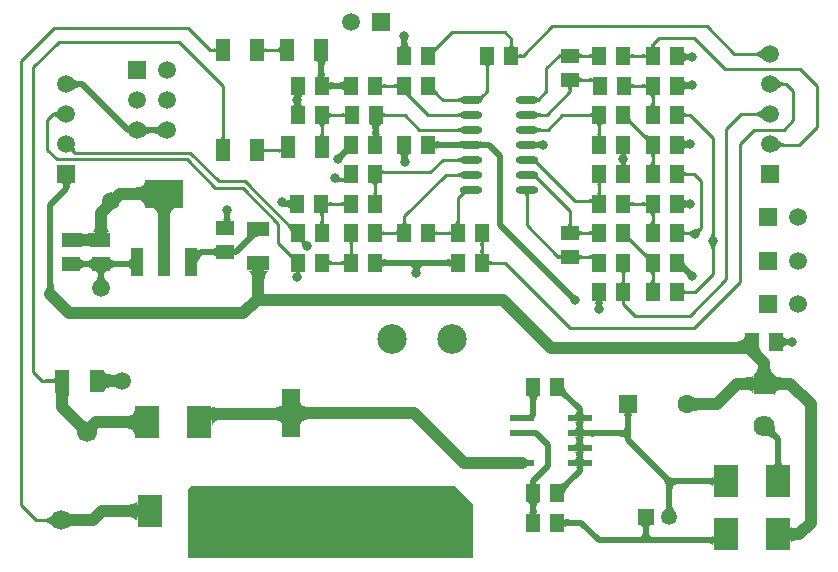
<source format=gtl>
G04 Layer_Physical_Order=1*
G04 Layer_Color=255*
%FSLAX44Y44*%
%MOMM*%
G71*
G01*
G75*
%ADD10R,1.6002X1.2700*%
%ADD11R,1.2700X1.6002*%
%ADD12R,1.3000X1.8500*%
%ADD13R,2.1590X2.7430*%
%ADD14R,1.8500X1.3000*%
%ADD15O,1.9000X0.6000*%
%ADD16R,1.5000X4.0640*%
%ADD17O,1.5000X4.0640*%
%ADD18R,2.0000X0.6000*%
%ADD19R,1.0000X2.4000*%
%ADD20R,3.3000X2.4000*%
%ADD21C,0.5000*%
%ADD22C,0.2540*%
%ADD23C,1.0000*%
%ADD24C,1.5000*%
%ADD25R,1.5000X1.5000*%
%ADD26C,1.5000*%
%ADD27C,1.7800*%
%ADD28R,1.7800X1.7800*%
%ADD29C,2.5000*%
%ADD30R,1.5000X1.5000*%
%ADD31R,1.6000X1.6000*%
%ADD32C,1.6000*%
%ADD33R,1.3500X1.3500*%
%ADD34C,1.3500*%
%ADD35C,1.7000*%
%ADD36C,0.8000*%
G36*
X483876Y262139D02*
X483952Y261923D01*
X484079Y261732D01*
X484257Y261567D01*
X484486Y261427D01*
X484765Y261313D01*
X485095Y261224D01*
X485476Y261161D01*
X485908Y261123D01*
X486390Y261110D01*
Y258570D01*
X485908Y258557D01*
X485476Y258519D01*
X485095Y258456D01*
X484765Y258367D01*
X484486Y258253D01*
X484257Y258113D01*
X484079Y257948D01*
X483952Y257757D01*
X483876Y257541D01*
X483851Y257300D01*
Y262380D01*
X483876Y262139D01*
D02*
G37*
G36*
X494431Y257300D02*
X494405Y257541D01*
X494328Y257757D01*
X494200Y257948D01*
X494020Y258113D01*
X493788Y258253D01*
X493506Y258367D01*
X493171Y258456D01*
X492786Y258519D01*
X492349Y258557D01*
X491861Y258570D01*
Y261110D01*
X492349Y261123D01*
X492786Y261161D01*
X493171Y261224D01*
X493506Y261313D01*
X493788Y261427D01*
X494020Y261567D01*
X494200Y261732D01*
X494328Y261923D01*
X494405Y262139D01*
X494431Y262380D01*
Y257300D01*
D02*
G37*
G36*
X238187Y264187D02*
X239223Y263292D01*
X239661Y262977D01*
X240047Y262751D01*
X240380Y262612D01*
X240659Y262562D01*
X240886Y262600D01*
X241060Y262726D01*
X241182Y262940D01*
X239271Y257727D01*
X239338Y257996D01*
X239349Y258284D01*
X239305Y258593D01*
X239206Y258922D01*
X239051Y259271D01*
X238841Y259641D01*
X238575Y260030D01*
X238253Y260440D01*
X237877Y260870D01*
X237444Y261320D01*
X237589Y264767D01*
X238187Y264187D01*
D02*
G37*
G36*
X407355Y257299D02*
X407432Y257083D01*
X407560Y256892D01*
X407740Y256727D01*
X407972Y256588D01*
X408254Y256473D01*
X408588Y256384D01*
X408974Y256321D01*
X409411Y256283D01*
X409899Y256270D01*
Y253730D01*
X409411Y253717D01*
X408974Y253679D01*
X408588Y253616D01*
X408254Y253527D01*
X407972Y253412D01*
X407740Y253273D01*
X407560Y253108D01*
X407432Y252917D01*
X407355Y252701D01*
X407329Y252460D01*
Y257540D01*
X407355Y257299D01*
D02*
G37*
G36*
X160069Y266811D02*
X160127Y266280D01*
X160224Y265858D01*
X160360Y265543D01*
X160535Y265337D01*
X160749Y265239D01*
X161001Y265249D01*
X161293Y265367D01*
X161623Y265593D01*
X161992Y265928D01*
X163585Y260450D01*
X162909Y259738D01*
X162304Y259028D01*
X161770Y258319D01*
X161306Y257610D01*
X160914Y256903D01*
X160593Y256196D01*
X160343Y255490D01*
X160164Y254785D01*
X160056Y254081D01*
X160019Y253379D01*
X160049Y267449D01*
X160069Y266811D01*
D02*
G37*
G36*
X70800Y249000D02*
X70750Y249475D01*
X70599Y249900D01*
X70347Y250275D01*
X69995Y250600D01*
X69542Y250875D01*
X68989Y251100D01*
X68335Y251275D01*
X67580Y251400D01*
X66725Y251475D01*
X66041Y251493D01*
X65360Y251475D01*
X64510Y251400D01*
X63760Y251275D01*
X63110Y251100D01*
X62561Y250875D01*
X62111Y250600D01*
X61761Y250275D01*
X61511Y249900D01*
X61361Y249475D01*
X61311Y249000D01*
Y259000D01*
X61361Y258525D01*
X61511Y258100D01*
X61761Y257725D01*
X62111Y257400D01*
X62561Y257125D01*
X63110Y256900D01*
X63760Y256725D01*
X64510Y256600D01*
X65360Y256525D01*
X66041Y256507D01*
X66725Y256525D01*
X67580Y256600D01*
X68335Y256725D01*
X68989Y256900D01*
X69542Y257125D01*
X69995Y257400D01*
X70347Y257725D01*
X70599Y258100D01*
X70750Y258525D01*
X70800Y259000D01*
Y249000D01*
D02*
G37*
G36*
X292003Y265028D02*
X292041Y264596D01*
X292104Y264215D01*
X292193Y263885D01*
X292307Y263605D01*
X292447Y263377D01*
X292612Y263199D01*
X292803Y263072D01*
X293019Y262996D01*
X293260Y262971D01*
X288180D01*
X288421Y262996D01*
X288637Y263072D01*
X288828Y263199D01*
X288993Y263377D01*
X289132Y263605D01*
X289247Y263885D01*
X289336Y264215D01*
X289399Y264596D01*
X289437Y265028D01*
X289450Y265511D01*
X291990D01*
X292003Y265028D01*
D02*
G37*
G36*
X402323D02*
X402361Y264596D01*
X402424Y264215D01*
X402513Y263885D01*
X402627Y263605D01*
X402767Y263377D01*
X402932Y263199D01*
X403123Y263072D01*
X403339Y262996D01*
X403580Y262971D01*
X398500D01*
X398741Y262996D01*
X398957Y263072D01*
X399148Y263199D01*
X399313Y263377D01*
X399453Y263605D01*
X399567Y263885D01*
X399656Y264215D01*
X399719Y264596D01*
X399757Y265028D01*
X399770Y265511D01*
X402310D01*
X402323Y265028D01*
D02*
G37*
G36*
X599409Y269890D02*
X599149Y269580D01*
X598920Y269263D01*
X598721Y268940D01*
X598553Y268609D01*
X598415Y268272D01*
X598308Y267929D01*
X598231Y267578D01*
X598185Y267221D01*
X598170Y266857D01*
X595630D01*
X595615Y267221D01*
X595569Y267578D01*
X595492Y267929D01*
X595385Y268272D01*
X595247Y268609D01*
X595079Y268940D01*
X594880Y269263D01*
X594651Y269580D01*
X594391Y269890D01*
X594100Y270193D01*
X599700D01*
X599409Y269890D01*
D02*
G37*
G36*
X538347Y264187D02*
X539383Y263292D01*
X539821Y262977D01*
X540207Y262751D01*
X540540Y262612D01*
X540819Y262562D01*
X541046Y262600D01*
X541220Y262726D01*
X541342Y262940D01*
X539431Y257727D01*
X539498Y257996D01*
X539509Y258284D01*
X539465Y258593D01*
X539366Y258922D01*
X539211Y259271D01*
X539001Y259641D01*
X538735Y260030D01*
X538414Y260440D01*
X538037Y260870D01*
X537604Y261320D01*
X537749Y264767D01*
X538347Y264187D01*
D02*
G37*
G36*
X467940Y257971D02*
X467921Y258084D01*
X467864Y258186D01*
X467769Y258276D01*
X467636Y258354D01*
X467465Y258420D01*
X467256Y258474D01*
X467009Y258516D01*
X466724Y258546D01*
X466040Y258570D01*
Y261110D01*
X466401Y261116D01*
X467009Y261164D01*
X467256Y261206D01*
X467465Y261260D01*
X467636Y261326D01*
X467769Y261404D01*
X467864Y261494D01*
X467921Y261596D01*
X467940Y261709D01*
Y257971D01*
D02*
G37*
G36*
X176180Y259160D02*
X176129Y259635D01*
X175979Y260060D01*
X175730Y260435D01*
X175380Y260760D01*
X174930Y261035D01*
X174380Y261260D01*
X173729Y261435D01*
X172980Y261560D01*
X172129Y261635D01*
X171180Y261660D01*
Y266660D01*
X172129Y266685D01*
X172980Y266760D01*
X173729Y266885D01*
X174380Y267060D01*
X174930Y267285D01*
X175380Y267560D01*
X175730Y267885D01*
X175979Y268260D01*
X176129Y268685D01*
X176180Y269160D01*
Y259160D01*
D02*
G37*
G36*
X548019Y247034D02*
X547803Y246957D01*
X547612Y246829D01*
X547447Y246649D01*
X547308Y246417D01*
X547193Y246135D01*
X547104Y245800D01*
X547041Y245415D01*
X547003Y244978D01*
X546990Y244489D01*
X544450D01*
X544437Y244978D01*
X544399Y245415D01*
X544336Y245800D01*
X544247Y246135D01*
X544132Y246417D01*
X543993Y246649D01*
X543828Y246829D01*
X543637Y246957D01*
X543421Y247034D01*
X543180Y247060D01*
X548260D01*
X548019Y247034D01*
D02*
G37*
G36*
X246830Y248581D02*
X246844Y248225D01*
X246885Y247870D01*
X246954Y247517D01*
X247051Y247166D01*
X247089Y247060D01*
X248100D01*
X247859Y247034D01*
X247643Y246957D01*
X247452Y246829D01*
X247287Y246649D01*
X247265Y246612D01*
X247328Y246468D01*
X247508Y246122D01*
X247715Y245777D01*
X247951Y245435D01*
X248214Y245093D01*
X246866Y245246D01*
X246843Y244978D01*
X246830Y244489D01*
X244290D01*
X244277Y244978D01*
X244239Y245415D01*
X244218Y245546D01*
X242649Y245723D01*
X242961Y245986D01*
X243240Y246260D01*
X243486Y246546D01*
X243679Y246816D01*
X243668Y246829D01*
X243477Y246957D01*
X243261Y247034D01*
X243020Y247060D01*
X243825D01*
X243880Y247154D01*
X244028Y247476D01*
X244142Y247810D01*
X244224Y248157D01*
X244274Y248515D01*
X244290Y248885D01*
X246830Y248581D01*
D02*
G37*
G36*
X353380Y252500D02*
X352430Y252450D01*
X351580Y252300D01*
X350830Y252050D01*
X350180Y251700D01*
X349630Y251250D01*
X349180Y250700D01*
X348830Y250050D01*
X348580Y249300D01*
X348518Y248950D01*
X348537Y248911D01*
X348512Y248914D01*
X348430Y248450D01*
X348380Y247500D01*
X343380D01*
X343330Y248450D01*
X343180Y249300D01*
X343109Y249512D01*
X342971Y249527D01*
X343049Y249612D01*
X343066Y249642D01*
X342930Y250050D01*
X342580Y250700D01*
X342130Y251250D01*
X341580Y251700D01*
X340930Y252050D01*
X340180Y252300D01*
X339330Y252450D01*
X338380Y252500D01*
X345880Y257500D01*
X353380Y252500D01*
D02*
G37*
G36*
X83265Y247661D02*
X82840Y247510D01*
X82465Y247258D01*
X82140Y246906D01*
X81865Y246453D01*
X81640Y245900D01*
X81465Y245246D01*
X81340Y244492D01*
X81313Y244182D01*
X81350Y243876D01*
X81488Y243214D01*
X81680Y242567D01*
X81927Y241938D01*
X82230Y241324D01*
X82587Y240728D01*
X83000Y240147D01*
X83468Y239583D01*
X83990Y239036D01*
X73490D01*
X74012Y239583D01*
X74480Y240147D01*
X74893Y240728D01*
X75250Y241324D01*
X75553Y241938D01*
X75800Y242567D01*
X75992Y243214D01*
X76130Y243876D01*
X76167Y244182D01*
X76140Y244492D01*
X76015Y245246D01*
X75840Y245900D01*
X75615Y246453D01*
X75340Y246906D01*
X75015Y247258D01*
X74640Y247510D01*
X74215Y247661D01*
X73740Y247711D01*
X83740D01*
X83265Y247661D01*
D02*
G37*
G36*
X572366Y256968D02*
X572475Y256264D01*
X572654Y255559D01*
X572904Y254853D01*
X573226Y254146D01*
X573618Y253439D01*
X574081Y252730D01*
X574614Y252021D01*
X575219Y251311D01*
X575895Y250600D01*
Y248425D01*
X576983Y249513D01*
X577306Y249194D01*
X578543Y248106D01*
X578715Y247989D01*
X578862Y247905D01*
X578983Y247856D01*
X579080Y247840D01*
X575895Y244655D01*
Y243529D01*
X575330Y244089D01*
X575120Y243880D01*
X575104Y243977D01*
X575055Y244098D01*
X574971Y244245D01*
X574855Y244417D01*
X574704Y244614D01*
X574302Y245084D01*
X573897Y245508D01*
X572360Y247029D01*
X572329Y257672D01*
X572366Y256968D01*
D02*
G37*
G36*
X523339Y247034D02*
X523123Y246957D01*
X522932Y246829D01*
X522767Y246649D01*
X522627Y246417D01*
X522513Y246135D01*
X522424Y245800D01*
X522361Y245415D01*
X522323Y244978D01*
X522310Y244489D01*
X519770D01*
X519757Y244978D01*
X519719Y245415D01*
X519656Y245800D01*
X519567Y246135D01*
X519453Y246417D01*
X519313Y246649D01*
X519148Y246829D01*
X518957Y246957D01*
X518741Y247034D01*
X518500Y247060D01*
X523580D01*
X523339Y247034D01*
D02*
G37*
G36*
X374431Y250000D02*
X374381Y250475D01*
X374230Y250900D01*
X373978Y251275D01*
X373626Y251600D01*
X373173Y251875D01*
X372620Y252100D01*
X371966Y252275D01*
X371211Y252400D01*
X370356Y252475D01*
X369400Y252500D01*
Y257500D01*
X370356Y257525D01*
X371211Y257600D01*
X371966Y257725D01*
X372620Y257900D01*
X373173Y258125D01*
X373626Y258400D01*
X373978Y258725D01*
X374230Y259100D01*
X374381Y259525D01*
X374431Y260000D01*
Y250000D01*
D02*
G37*
G36*
X272195Y257299D02*
X272272Y257083D01*
X272400Y256892D01*
X272580Y256727D01*
X272812Y256588D01*
X273094Y256473D01*
X273429Y256384D01*
X273814Y256321D01*
X274251Y256283D01*
X274739Y256270D01*
Y253730D01*
X274251Y253717D01*
X273814Y253679D01*
X273429Y253616D01*
X273094Y253527D01*
X272812Y253412D01*
X272580Y253273D01*
X272400Y253108D01*
X272272Y252917D01*
X272195Y252701D01*
X272169Y252460D01*
Y257540D01*
X272195Y257299D01*
D02*
G37*
G36*
X284431Y252460D02*
X284405Y252701D01*
X284328Y252917D01*
X284200Y253108D01*
X284020Y253273D01*
X283788Y253412D01*
X283506Y253527D01*
X283171Y253616D01*
X282786Y253679D01*
X282349Y253717D01*
X281860Y253730D01*
Y256270D01*
X282349Y256283D01*
X282786Y256321D01*
X283171Y256384D01*
X283506Y256473D01*
X283788Y256588D01*
X284020Y256727D01*
X284200Y256892D01*
X284328Y257083D01*
X284405Y257299D01*
X284431Y257540D01*
Y252460D01*
D02*
G37*
G36*
X86761Y258525D02*
X86910Y258100D01*
X87161Y257725D01*
X87510Y257400D01*
X87961Y257125D01*
X88511Y256900D01*
X89160Y256725D01*
X89910Y256600D01*
X90760Y256525D01*
X91711Y256500D01*
Y251500D01*
X90760Y251475D01*
X89910Y251400D01*
X89160Y251275D01*
X88511Y251100D01*
X87961Y250875D01*
X87510Y250600D01*
X87161Y250275D01*
X86910Y249900D01*
X86761Y249475D01*
X86711Y249000D01*
Y259000D01*
X86761Y258525D01*
D02*
G37*
G36*
X104141Y249000D02*
X104091Y249475D01*
X103940Y249900D01*
X103688Y250275D01*
X103336Y250600D01*
X102883Y250875D01*
X102330Y251100D01*
X101676Y251275D01*
X100921Y251400D01*
X100066Y251475D01*
X99110Y251500D01*
Y256500D01*
X100066Y256525D01*
X100921Y256600D01*
X101676Y256725D01*
X102330Y256900D01*
X102883Y257125D01*
X103336Y257400D01*
X103688Y257725D01*
X103940Y258100D01*
X104091Y258525D01*
X104141Y259000D01*
Y249000D01*
D02*
G37*
G36*
X317379Y259525D02*
X317530Y259100D01*
X317782Y258725D01*
X318134Y258400D01*
X318587Y258125D01*
X319140Y257900D01*
X319794Y257725D01*
X320549Y257600D01*
X321404Y257525D01*
X322360Y257500D01*
Y252500D01*
X321404Y252475D01*
X320549Y252400D01*
X319794Y252275D01*
X319140Y252100D01*
X318587Y251875D01*
X318134Y251600D01*
X317782Y251275D01*
X317530Y250900D01*
X317379Y250475D01*
X317329Y250000D01*
Y260000D01*
X317379Y259525D01*
D02*
G37*
G36*
X61410Y280389D02*
X61711Y280165D01*
X62210Y279967D01*
X62910Y279795D01*
X63811Y279650D01*
X65292Y279520D01*
X69170Y279795D01*
X69869Y279967D01*
X70370Y280165D01*
X70669Y280389D01*
X70770Y280639D01*
Y279324D01*
X71311Y279320D01*
Y269320D01*
X70770Y269316D01*
Y268001D01*
X70669Y268251D01*
X70370Y268475D01*
X69869Y268673D01*
X69170Y268845D01*
X68270Y268990D01*
X66788Y269121D01*
X62910Y268845D01*
X62210Y268673D01*
X61711Y268475D01*
X61410Y268251D01*
X61311Y268001D01*
Y269316D01*
X60770Y269320D01*
Y279320D01*
X61311Y279324D01*
Y280639D01*
X61410Y280389D01*
D02*
G37*
G36*
X83770Y288739D02*
X84007Y285539D01*
X84215Y284240D01*
X84483Y283139D01*
X84809Y282239D01*
X85196Y281539D01*
X85641Y281040D01*
X86146Y280739D01*
X86711Y280639D01*
X70770D01*
X71334Y280739D01*
X71839Y281040D01*
X72284Y281539D01*
X72671Y282239D01*
X72997Y283139D01*
X73265Y284240D01*
X73473Y285539D01*
X73621Y287040D01*
X73740Y290639D01*
X83740D01*
X83770Y288739D01*
D02*
G37*
G36*
X237558Y288403D02*
X237687Y288312D01*
X237830Y288232D01*
X237988Y288162D01*
X238160Y288104D01*
X238347Y288056D01*
X238549Y288018D01*
X238765Y287992D01*
X238995Y287976D01*
X239240Y287971D01*
X239271Y281320D01*
X239251Y281675D01*
X239195Y282031D01*
X239103Y282388D01*
X238975Y282746D01*
X238810Y283105D01*
X238610Y283464D01*
X238372Y283825D01*
X238099Y284186D01*
X237790Y284549D01*
X237444Y284912D01*
Y288504D01*
X237558Y288403D01*
D02*
G37*
G36*
X477163Y288531D02*
X477201Y288094D01*
X477264Y287709D01*
X477353Y287374D01*
X477467Y287092D01*
X477607Y286860D01*
X477772Y286680D01*
X477963Y286552D01*
X478179Y286475D01*
X478420Y286449D01*
X473340D01*
X473581Y286475D01*
X473797Y286552D01*
X473988Y286680D01*
X474153Y286860D01*
X474292Y287092D01*
X474407Y287374D01*
X474496Y287709D01*
X474559Y288094D01*
X474597Y288531D01*
X474610Y289020D01*
X477150D01*
X477163Y288531D01*
D02*
G37*
G36*
X483876Y282459D02*
X483952Y282243D01*
X484079Y282052D01*
X484257Y281887D01*
X484486Y281747D01*
X484765Y281633D01*
X485095Y281544D01*
X485476Y281481D01*
X485908Y281443D01*
X486390Y281430D01*
Y278890D01*
X485908Y278877D01*
X485476Y278839D01*
X485095Y278776D01*
X484765Y278687D01*
X484486Y278573D01*
X484257Y278433D01*
X484079Y278268D01*
X483952Y278077D01*
X483876Y277861D01*
X483851Y277620D01*
Y282700D01*
X483876Y282459D01*
D02*
G37*
G36*
X494271Y277620D02*
X494245Y277861D01*
X494168Y278077D01*
X494040Y278268D01*
X493860Y278433D01*
X493628Y278573D01*
X493346Y278687D01*
X493011Y278776D01*
X492626Y278839D01*
X492189Y278877D01*
X491701Y278890D01*
Y281430D01*
X492189Y281443D01*
X492626Y281481D01*
X493011Y281544D01*
X493346Y281633D01*
X493628Y281747D01*
X493860Y281887D01*
X494040Y282052D01*
X494168Y282243D01*
X494245Y282459D01*
X494271Y282700D01*
Y277620D01*
D02*
G37*
G36*
X586937Y282881D02*
X586691Y282613D01*
X586470Y282328D01*
X586277Y282026D01*
X586109Y281707D01*
X585968Y281371D01*
X585854Y281019D01*
X585766Y280650D01*
X585704Y280263D01*
X585669Y279860D01*
X585660Y279440D01*
X581700Y283400D01*
X582120Y283409D01*
X582523Y283444D01*
X582910Y283506D01*
X583279Y283594D01*
X583631Y283708D01*
X583967Y283849D01*
X584286Y284017D01*
X584588Y284210D01*
X584873Y284431D01*
X585141Y284677D01*
X586937Y282881D01*
D02*
G37*
G36*
X382003Y290028D02*
X382041Y289596D01*
X382104Y289215D01*
X382193Y288885D01*
X382308Y288605D01*
X382447Y288377D01*
X382612Y288199D01*
X382803Y288072D01*
X383019Y287996D01*
X383260Y287971D01*
X378180D01*
X378421Y287996D01*
X378637Y288072D01*
X378828Y288199D01*
X378993Y288377D01*
X379132Y288605D01*
X379247Y288885D01*
X379336Y289215D01*
X379399Y289596D01*
X379437Y290028D01*
X379450Y290511D01*
X381990D01*
X382003Y290028D01*
D02*
G37*
G36*
X188163Y296784D02*
X188112Y296663D01*
X188067Y296500D01*
X188028Y296296D01*
X187995Y296050D01*
X187947Y295434D01*
X187939Y295070D01*
X187945Y294844D01*
X188020Y293988D01*
X188145Y293234D01*
X188320Y292580D01*
X188545Y292027D01*
X188820Y291574D01*
X189145Y291222D01*
X189520Y290970D01*
X189945Y290819D01*
X190420Y290769D01*
X180420D01*
X180895Y290819D01*
X181320Y290970D01*
X181695Y291222D01*
X182020Y291574D01*
X182295Y292027D01*
X182520Y292580D01*
X182695Y293234D01*
X182820Y293988D01*
X182895Y294844D01*
X182898Y294951D01*
X182812Y296296D01*
X182773Y296500D01*
X182728Y296663D01*
X182677Y296784D01*
X182620Y296863D01*
X188220D01*
X188163Y296784D01*
D02*
G37*
G36*
X141130Y301441D02*
X140280Y301140D01*
X139530Y300638D01*
X138880Y299936D01*
X138330Y299033D01*
X137880Y297930D01*
X137530Y296626D01*
X137280Y295121D01*
X137130Y293416D01*
X137080Y291511D01*
X127080D01*
X127030Y293416D01*
X126880Y295121D01*
X126630Y296626D01*
X126280Y297930D01*
X125830Y299033D01*
X125280Y299936D01*
X124630Y300638D01*
X123880Y301140D01*
X123030Y301441D01*
X122080Y301541D01*
X142080D01*
X141130Y301441D01*
D02*
G37*
G36*
X547003Y290022D02*
X547041Y289585D01*
X547104Y289200D01*
X547193Y288865D01*
X547308Y288583D01*
X547447Y288351D01*
X547612Y288171D01*
X547803Y288043D01*
X548019Y287966D01*
X548260Y287940D01*
X543180D01*
X543421Y287966D01*
X543637Y288043D01*
X543828Y288171D01*
X543993Y288351D01*
X544132Y288583D01*
X544247Y288865D01*
X544336Y289200D01*
X544399Y289585D01*
X544437Y290022D01*
X544450Y290511D01*
X546990D01*
X547003Y290022D01*
D02*
G37*
G36*
X267163Y290028D02*
X267201Y289596D01*
X267264Y289215D01*
X267353Y288885D01*
X267467Y288605D01*
X267607Y288377D01*
X267772Y288199D01*
X267963Y288072D01*
X268179Y287996D01*
X268420Y287971D01*
X263340D01*
X263581Y287996D01*
X263797Y288072D01*
X263988Y288199D01*
X264153Y288377D01*
X264293Y288605D01*
X264407Y288885D01*
X264496Y289215D01*
X264559Y289596D01*
X264597Y290028D01*
X264610Y290511D01*
X267150D01*
X267163Y290028D01*
D02*
G37*
G36*
X337003D02*
X337041Y289596D01*
X337104Y289215D01*
X337193Y288885D01*
X337308Y288605D01*
X337447Y288377D01*
X337612Y288199D01*
X337803Y288072D01*
X338019Y287996D01*
X338260Y287971D01*
X333180D01*
X333421Y287996D01*
X333637Y288072D01*
X333828Y288199D01*
X333993Y288377D01*
X334132Y288605D01*
X334247Y288885D01*
X334336Y289215D01*
X334399Y289596D01*
X334437Y290028D01*
X334450Y290511D01*
X336990D01*
X337003Y290028D01*
D02*
G37*
G36*
X527095Y276851D02*
X527078Y276568D01*
X527118Y276263D01*
X527215Y275937D01*
X527369Y275588D01*
X527580Y275218D01*
X527849Y274826D01*
X528174Y274413D01*
X528556Y273978D01*
X528996Y273520D01*
X528690Y270233D01*
X528100Y270806D01*
X527074Y271691D01*
X526638Y272003D01*
X526253Y272229D01*
X525919Y272369D01*
X525637Y272422D01*
X525406Y272388D01*
X525227Y272267D01*
X525098Y272060D01*
X527169Y277113D01*
X527095Y276851D01*
D02*
G37*
G36*
X598185Y278879D02*
X598231Y278522D01*
X598308Y278171D01*
X598415Y277828D01*
X598553Y277491D01*
X598721Y277160D01*
X598920Y276837D01*
X599149Y276520D01*
X599409Y276210D01*
X599700Y275907D01*
X594100D01*
X594391Y276210D01*
X594651Y276520D01*
X594880Y276837D01*
X595079Y277160D01*
X595247Y277491D01*
X595385Y277828D01*
X595492Y278171D01*
X595569Y278522D01*
X595615Y278879D01*
X595630Y279243D01*
X598170D01*
X598185Y278879D01*
D02*
G37*
G36*
X578416Y277060D02*
X578168Y277377D01*
X577906Y277661D01*
X577631Y277912D01*
X577342Y278129D01*
X577039Y278312D01*
X576722Y278463D01*
X576391Y278580D01*
X576047Y278663D01*
X575689Y278713D01*
X575317Y278730D01*
X575724Y281270D01*
X576077Y281283D01*
X576431Y281323D01*
X576784Y281389D01*
X577137Y281482D01*
X577491Y281602D01*
X577844Y281748D01*
X578197Y281920D01*
X578550Y282119D01*
X578903Y282345D01*
X579256Y282597D01*
X578416Y277060D01*
D02*
G37*
G36*
X293019Y272034D02*
X292803Y271957D01*
X292612Y271829D01*
X292447Y271649D01*
X292307Y271417D01*
X292193Y271135D01*
X292104Y270800D01*
X292041Y270415D01*
X292003Y269978D01*
X291990Y269489D01*
X289450D01*
X289437Y269978D01*
X289399Y270415D01*
X289336Y270800D01*
X289247Y271135D01*
X289132Y271417D01*
X288993Y271649D01*
X288828Y271829D01*
X288637Y271957D01*
X288421Y272034D01*
X288180Y272060D01*
X293260D01*
X293019Y272034D01*
D02*
G37*
G36*
X403339D02*
X403123Y271957D01*
X402932Y271829D01*
X402767Y271649D01*
X402627Y271417D01*
X402513Y271135D01*
X402424Y270800D01*
X402361Y270415D01*
X402323Y269978D01*
X402310Y269489D01*
X399770D01*
X399757Y269978D01*
X399719Y270415D01*
X399656Y270800D01*
X399567Y271135D01*
X399453Y271417D01*
X399313Y271649D01*
X399148Y271829D01*
X398957Y271957D01*
X398741Y272034D01*
X398500Y272060D01*
X403580D01*
X403339Y272034D01*
D02*
G37*
G36*
X250271Y274785D02*
X250550Y274563D01*
X250848Y274362D01*
X250923Y274319D01*
X251849Y274953D01*
X251679Y274788D01*
X251587Y274580D01*
X251573Y274328D01*
X251638Y274034D01*
X251674Y273950D01*
X251853Y273878D01*
X252225Y273757D01*
X252615Y273656D01*
X253024Y273575D01*
X253452Y273514D01*
X252437Y272727D01*
X252682Y272424D01*
X253676Y271360D01*
X251210Y270233D01*
X250717Y270709D01*
X250294Y271065D01*
X249027Y270082D01*
X249067Y270486D01*
X249074Y270875D01*
X249050Y271250D01*
X248993Y271610D01*
X248904Y271956D01*
X248875Y272034D01*
X248696Y272112D01*
X248382Y272197D01*
X248098Y272216D01*
X247843Y272171D01*
X247618Y272060D01*
X248566Y272708D01*
X248443Y272908D01*
X248224Y273196D01*
X247974Y273470D01*
X250009Y275027D01*
X250271Y274785D01*
D02*
G37*
G36*
X362355Y282299D02*
X362432Y282083D01*
X362560Y281892D01*
X362740Y281727D01*
X362972Y281588D01*
X363254Y281473D01*
X363589Y281384D01*
X363974Y281321D01*
X364411Y281283D01*
X364899Y281270D01*
Y278730D01*
X364411Y278717D01*
X363974Y278679D01*
X363589Y278616D01*
X363254Y278527D01*
X362972Y278412D01*
X362740Y278273D01*
X362560Y278108D01*
X362432Y277917D01*
X362355Y277701D01*
X362329Y277460D01*
Y282540D01*
X362355Y282299D01*
D02*
G37*
G36*
X374431Y277460D02*
X374405Y277701D01*
X374328Y277917D01*
X374200Y278108D01*
X374020Y278273D01*
X373788Y278412D01*
X373506Y278527D01*
X373171Y278616D01*
X372786Y278679D01*
X372349Y278717D01*
X371860Y278730D01*
Y281270D01*
X372349Y281283D01*
X372786Y281321D01*
X373171Y281384D01*
X373506Y281473D01*
X373788Y281588D01*
X374020Y281727D01*
X374200Y281892D01*
X374328Y282083D01*
X374405Y282299D01*
X374431Y282540D01*
Y277460D01*
D02*
G37*
G36*
X572355Y282299D02*
X572432Y282083D01*
X572560Y281892D01*
X572740Y281727D01*
X572972Y281588D01*
X573254Y281473D01*
X573589Y281384D01*
X573974Y281321D01*
X574411Y281283D01*
X574899Y281270D01*
Y278730D01*
X574411Y278717D01*
X573974Y278679D01*
X573589Y278616D01*
X573254Y278527D01*
X572972Y278412D01*
X572740Y278273D01*
X572560Y278108D01*
X572432Y277917D01*
X572355Y277701D01*
X572329Y277460D01*
Y282540D01*
X572355Y282299D01*
D02*
G37*
G36*
X213221Y277271D02*
X212685Y277406D01*
X212111Y277432D01*
X211498Y277350D01*
X210848Y277160D01*
X210160Y276861D01*
X209434Y276453D01*
X208670Y275936D01*
X207868Y275311D01*
X207028Y274577D01*
X206150Y273735D01*
X199335Y273990D01*
X200473Y275163D01*
X202225Y277199D01*
X202840Y278061D01*
X203281Y278820D01*
X203547Y279475D01*
X203639Y280027D01*
X203557Y280475D01*
X203301Y280820D01*
X202871Y281061D01*
X213221Y277271D01*
D02*
G37*
G36*
X317355Y282299D02*
X317432Y282083D01*
X317560Y281892D01*
X317740Y281727D01*
X317972Y281588D01*
X318254Y281473D01*
X318589Y281384D01*
X318974Y281321D01*
X319411Y281283D01*
X319900Y281270D01*
Y278730D01*
X319411Y278717D01*
X318974Y278679D01*
X318589Y278616D01*
X318254Y278527D01*
X317972Y278412D01*
X317740Y278273D01*
X317560Y278108D01*
X317432Y277917D01*
X317355Y277701D01*
X317329Y277460D01*
Y282540D01*
X317355Y282299D01*
D02*
G37*
G36*
X329431Y277460D02*
X329405Y277701D01*
X329328Y277917D01*
X329200Y278108D01*
X329020Y278273D01*
X328788Y278412D01*
X328506Y278527D01*
X328171Y278616D01*
X327786Y278679D01*
X327349Y278717D01*
X326861Y278730D01*
Y281270D01*
X327349Y281283D01*
X327786Y281321D01*
X328171Y281384D01*
X328506Y281473D01*
X328788Y281588D01*
X329020Y281727D01*
X329200Y281892D01*
X329328Y282083D01*
X329405Y282299D01*
X329431Y282540D01*
Y277460D01*
D02*
G37*
G36*
X654625Y87729D02*
X654700Y86874D01*
X654825Y86119D01*
X655000Y85465D01*
X655225Y84912D01*
X655500Y84459D01*
X655825Y84107D01*
X656200Y83855D01*
X656625Y83704D01*
X657100Y83654D01*
X647100D01*
X647575Y83704D01*
X648000Y83855D01*
X648375Y84107D01*
X648700Y84459D01*
X648975Y84912D01*
X649200Y85465D01*
X649375Y86119D01*
X649500Y86874D01*
X649575Y87729D01*
X649600Y88685D01*
X654600D01*
X654625Y87729D01*
D02*
G37*
G36*
X488525Y94681D02*
X488100Y94530D01*
X487725Y94281D01*
X487400Y93931D01*
X487125Y93481D01*
X486900Y92930D01*
X486725Y92281D01*
X486600Y91531D01*
X486584Y91345D01*
X486600Y91159D01*
X486725Y90404D01*
X486900Y89750D01*
X487125Y89197D01*
X487400Y88744D01*
X487725Y88392D01*
X488100Y88140D01*
X488525Y87989D01*
X489000Y87939D01*
X479000D01*
X479475Y87989D01*
X479900Y88140D01*
X480275Y88392D01*
X480600Y88744D01*
X480875Y89197D01*
X481100Y89750D01*
X481275Y90404D01*
X481400Y91159D01*
X481416Y91345D01*
X481400Y91531D01*
X481275Y92281D01*
X481100Y92930D01*
X480875Y93481D01*
X480600Y93931D01*
X480275Y94281D01*
X479900Y94530D01*
X479475Y94681D01*
X479000Y94731D01*
X489000D01*
X488525Y94681D01*
D02*
G37*
G36*
Y107381D02*
X488100Y107231D01*
X487725Y106980D01*
X487400Y106630D01*
X487125Y106180D01*
X486900Y105631D01*
X486725Y104980D01*
X486600Y104230D01*
X486584Y104045D01*
X486600Y103858D01*
X486725Y103104D01*
X486900Y102450D01*
X487125Y101897D01*
X487400Y101444D01*
X487725Y101092D01*
X488100Y100840D01*
X488525Y100689D01*
X489000Y100639D01*
X479000D01*
X479475Y100689D01*
X479900Y100840D01*
X480275Y101092D01*
X480600Y101444D01*
X480875Y101897D01*
X481100Y102450D01*
X481275Y103104D01*
X481400Y103858D01*
X481416Y104045D01*
X481400Y104230D01*
X481275Y104980D01*
X481100Y105631D01*
X480875Y106180D01*
X480600Y106630D01*
X480275Y106980D01*
X479900Y107231D01*
X479475Y107381D01*
X479000Y107430D01*
X489000D01*
X488525Y107381D01*
D02*
G37*
G36*
X597136Y65000D02*
X597085Y65475D01*
X596936Y65900D01*
X596685Y66275D01*
X596335Y66600D01*
X595886Y66875D01*
X595336Y67100D01*
X594686Y67275D01*
X593936Y67400D01*
X593086Y67475D01*
X592136Y67500D01*
Y72500D01*
X593086Y72525D01*
X593936Y72600D01*
X594686Y72725D01*
X595336Y72900D01*
X595886Y73125D01*
X596335Y73400D01*
X596685Y73725D01*
X596936Y74100D01*
X597085Y74525D01*
X597136Y75000D01*
Y65000D01*
D02*
G37*
G36*
X475015Y66319D02*
X474096Y65366D01*
X472633Y63622D01*
X472089Y62832D01*
X471670Y62098D01*
X471376Y61418D01*
X471207Y60793D01*
X471162Y60224D01*
X471243Y59709D01*
X471449Y59248D01*
X466059Y67940D01*
X466372Y67586D01*
X466772Y67390D01*
X467259Y67352D01*
X467835Y67472D01*
X468498Y67750D01*
X469249Y68185D01*
X470088Y68779D01*
X471014Y69530D01*
X473130Y71506D01*
X475015Y66319D01*
D02*
G37*
G36*
X487059Y81999D02*
X486942Y81903D01*
X486838Y81743D01*
X486749Y81520D01*
X486673Y81233D01*
X486610Y80882D01*
X486562Y80467D01*
X486507Y79446D01*
X486500Y78840D01*
X481500D01*
X481493Y79446D01*
X481390Y80882D01*
X481327Y81233D01*
X481251Y81520D01*
X481162Y81743D01*
X481058Y81903D01*
X480941Y81999D01*
X480810Y82030D01*
X487191D01*
X487059Y81999D01*
D02*
G37*
G36*
X107166Y110000D02*
X107066Y110950D01*
X106765Y111800D01*
X106263Y112550D01*
X105561Y113200D01*
X104658Y113750D01*
X103555Y114200D01*
X102251Y114550D01*
X100746Y114800D01*
X99041Y114950D01*
X97135Y115000D01*
Y125000D01*
X99041Y125050D01*
X100746Y125200D01*
X102251Y125450D01*
X103555Y125800D01*
X104658Y126250D01*
X105561Y126800D01*
X106263Y127450D01*
X106765Y128200D01*
X107066Y129050D01*
X107166Y130000D01*
Y110000D01*
D02*
G37*
G36*
X62590Y123234D02*
X64878Y121269D01*
X65341Y120954D01*
X65760Y120709D01*
X66136Y120535D01*
X66467Y120432D01*
X66755Y120400D01*
X58340Y111985D01*
X58308Y112273D01*
X58205Y112605D01*
X58031Y112980D01*
X57786Y113399D01*
X57471Y113862D01*
X57086Y114368D01*
X56103Y115512D01*
X54838Y116831D01*
X61909Y123902D01*
X62590Y123234D01*
D02*
G37*
G36*
X488525Y120080D02*
X488100Y119930D01*
X487725Y119681D01*
X487400Y119331D01*
X487125Y118881D01*
X486900Y118330D01*
X486725Y117681D01*
X486600Y116931D01*
X486584Y116745D01*
X486600Y116559D01*
X486725Y115804D01*
X486900Y115150D01*
X487125Y114597D01*
X487400Y114144D01*
X487725Y113792D01*
X488100Y113540D01*
X488525Y113389D01*
X489000Y113339D01*
X479000D01*
X479475Y113389D01*
X479900Y113540D01*
X480275Y113792D01*
X480600Y114144D01*
X480875Y114597D01*
X481100Y115150D01*
X481275Y115804D01*
X481400Y116559D01*
X481416Y116745D01*
X481400Y116931D01*
X481275Y117681D01*
X481100Y118330D01*
X480875Y118881D01*
X480600Y119331D01*
X480275Y119681D01*
X479900Y119930D01*
X479475Y120080D01*
X479000Y120131D01*
X489000D01*
X488525Y120080D01*
D02*
G37*
G36*
X527500Y110400D02*
X522500Y105000D01*
X522450Y105551D01*
X522300Y106044D01*
X522050Y106479D01*
X521700Y106856D01*
X521250Y107175D01*
X520700Y107436D01*
X520050Y107639D01*
X519300Y107784D01*
X518450Y107871D01*
X517500Y107900D01*
Y112900D01*
X518450Y112950D01*
X519300Y113100D01*
X520050Y113350D01*
X520700Y113700D01*
X521250Y114150D01*
X521700Y114700D01*
X522050Y115350D01*
X522300Y116100D01*
X522450Y116950D01*
X522500Y117900D01*
X527500Y110400D01*
D02*
G37*
G36*
X649020Y116217D02*
X649114Y115241D01*
X649261Y114316D01*
X649460Y113442D01*
X649713Y112620D01*
X650018Y111847D01*
X650376Y111126D01*
X650787Y110456D01*
X651251Y109837D01*
X651768Y109268D01*
X648320Y105645D01*
X647745Y106166D01*
X647121Y106630D01*
X646448Y107034D01*
X645727Y107380D01*
X644957Y107668D01*
X644139Y107896D01*
X643272Y108067D01*
X642357Y108178D01*
X641393Y108231D01*
X640381Y108225D01*
X648979Y117243D01*
X649020Y116217D01*
D02*
G37*
G36*
X494020Y113280D02*
X494170Y113201D01*
X494420Y113130D01*
X494770Y113069D01*
X495219Y113017D01*
X497169Y112919D01*
X498969Y112900D01*
Y107900D01*
X498019Y107895D01*
X494420Y107670D01*
X494170Y107599D01*
X494020Y107520D01*
X493969Y107430D01*
Y113370D01*
X494020Y113280D01*
D02*
G37*
G36*
X662906Y31730D02*
X663121Y31367D01*
X663479Y31046D01*
X663981Y30769D01*
X664625Y30534D01*
X665414Y30342D01*
X666345Y30192D01*
X667420Y30085D01*
X670000Y30000D01*
Y20000D01*
X668639Y19979D01*
X666345Y19808D01*
X665414Y19658D01*
X664625Y19466D01*
X663981Y19231D01*
X663479Y18954D01*
X663121Y18633D01*
X662906Y18270D01*
X662834Y17865D01*
Y32136D01*
X662906Y31730D01*
D02*
G37*
G36*
X544525Y33231D02*
X544100Y33080D01*
X543725Y32831D01*
X543400Y32480D01*
X543125Y32030D01*
X542900Y31481D01*
X542725Y30831D01*
X542600Y30080D01*
X542525Y29230D01*
X542500Y28280D01*
X537500D01*
X537475Y29230D01*
X537400Y30080D01*
X537275Y30831D01*
X537100Y31481D01*
X536875Y32030D01*
X536600Y32480D01*
X536275Y32831D01*
X535900Y33080D01*
X535475Y33231D01*
X535000Y33280D01*
X545000D01*
X544525Y33231D01*
D02*
G37*
G36*
X471499Y39525D02*
X471650Y39100D01*
X471902Y38725D01*
X472254Y38400D01*
X472707Y38125D01*
X473260Y37900D01*
X473914Y37725D01*
X474669Y37600D01*
X475524Y37525D01*
X476479Y37500D01*
Y32500D01*
X475524Y32475D01*
X474669Y32400D01*
X473914Y32275D01*
X473260Y32100D01*
X472707Y31875D01*
X472254Y31600D01*
X471902Y31275D01*
X471650Y30900D01*
X471499Y30475D01*
X471449Y30000D01*
Y40000D01*
X471499Y39525D01*
D02*
G37*
G36*
X383540Y60960D02*
X393700Y50800D01*
Y4656D01*
X152400D01*
Y63500D01*
X154940Y66040D01*
X378460D01*
X383540Y60960D01*
D02*
G37*
G36*
X597136Y15000D02*
X597085Y15475D01*
X596936Y15900D01*
X596685Y16275D01*
X596335Y16600D01*
X595886Y16875D01*
X595336Y17100D01*
X594686Y17275D01*
X593936Y17400D01*
X593086Y17475D01*
X592136Y17500D01*
Y22500D01*
X593086Y22525D01*
X593936Y22600D01*
X594686Y22725D01*
X595336Y22900D01*
X595886Y23125D01*
X596335Y23400D01*
X596685Y23725D01*
X596936Y24100D01*
X597085Y24525D01*
X597136Y25000D01*
Y15000D01*
D02*
G37*
G36*
X542550Y26550D02*
X542700Y25700D01*
X542950Y24950D01*
X543300Y24300D01*
X543750Y23750D01*
X544300Y23300D01*
X544950Y22950D01*
X545700Y22700D01*
X546550Y22550D01*
X547500Y22500D01*
X540000Y17500D01*
X532500Y22500D01*
X533450Y22550D01*
X534300Y22700D01*
X535050Y22950D01*
X535700Y23300D01*
X536250Y23750D01*
X536700Y24300D01*
X537050Y24950D01*
X537300Y25700D01*
X537450Y26550D01*
X537500Y27500D01*
X542500D01*
X542550Y26550D01*
D02*
G37*
G36*
X449365Y52010D02*
X448940Y51859D01*
X448565Y51607D01*
X448240Y51255D01*
X447965Y50802D01*
X447740Y50249D01*
X447565Y49595D01*
X447440Y48840D01*
X447365Y47985D01*
X447352Y47500D01*
X447365Y47015D01*
X447440Y46160D01*
X447565Y45405D01*
X447740Y44751D01*
X447965Y44198D01*
X448240Y43745D01*
X448565Y43393D01*
X448940Y43141D01*
X449365Y42990D01*
X449840Y42940D01*
X439840D01*
X440315Y42990D01*
X440740Y43141D01*
X441115Y43393D01*
X441440Y43745D01*
X441715Y44198D01*
X441940Y44751D01*
X442115Y45405D01*
X442240Y46160D01*
X442315Y47015D01*
X442328Y47500D01*
X442315Y47985D01*
X442240Y48840D01*
X442115Y49595D01*
X441940Y50249D01*
X441715Y50802D01*
X441440Y51255D01*
X441115Y51607D01*
X440740Y51859D01*
X440315Y52010D01*
X439840Y52060D01*
X449840D01*
X449365Y52010D01*
D02*
G37*
G36*
X562522Y49668D02*
X562589Y49038D01*
X562700Y48431D01*
X562856Y47847D01*
X563056Y47286D01*
X563301Y46747D01*
X563590Y46231D01*
X563924Y45738D01*
X564302Y45268D01*
X564725Y44820D01*
X555275D01*
X555698Y45268D01*
X556076Y45738D01*
X556410Y46231D01*
X556699Y46747D01*
X556944Y47286D01*
X557144Y47847D01*
X557300Y48431D01*
X557411Y49038D01*
X557478Y49668D01*
X557500Y50320D01*
X562500D01*
X562522Y49668D01*
D02*
G37*
G36*
X558222Y75364D02*
X558973Y74763D01*
X559753Y74232D01*
X560563Y73773D01*
X561402Y73384D01*
X562270Y73066D01*
X563167Y72818D01*
X564094Y72641D01*
X565050Y72535D01*
X566035Y72500D01*
X567500Y67500D01*
X566550Y67450D01*
X565700Y67300D01*
X564950Y67050D01*
X564300Y66700D01*
X563750Y66250D01*
X563300Y65700D01*
X562950Y65050D01*
X562700Y64300D01*
X562550Y63450D01*
X562500Y62500D01*
X557500Y63965D01*
X557465Y64950D01*
X557359Y65906D01*
X557182Y66833D01*
X556934Y67730D01*
X556616Y68598D01*
X556227Y69437D01*
X555768Y70247D01*
X555237Y71027D01*
X554636Y71778D01*
X553965Y72500D01*
X557500Y76035D01*
X558222Y75364D01*
D02*
G37*
G36*
X51137Y42670D02*
X51444Y42508D01*
X51833Y42365D01*
X52302Y42242D01*
X52852Y42137D01*
X53482Y42052D01*
X54987Y41938D01*
X56814Y41900D01*
Y31900D01*
X55860Y31890D01*
X52852Y31662D01*
X52302Y31558D01*
X51833Y31435D01*
X51444Y31292D01*
X51137Y31130D01*
X50910Y30950D01*
Y42850D01*
X51137Y42670D01*
D02*
G37*
G36*
X38770Y39101D02*
X39336Y39281D01*
X40128Y39621D01*
X40785Y40007D01*
X41307Y40438D01*
Y33362D01*
X40785Y33793D01*
X40128Y34179D01*
X39336Y34519D01*
X38770Y34699D01*
Y30950D01*
X37870Y31839D01*
X36174Y33337D01*
X35378Y33945D01*
X34618Y34460D01*
X33891Y34881D01*
X33200Y35209D01*
X32544Y35443D01*
X31922Y35583D01*
X31596Y35609D01*
X30004Y35630D01*
Y38170D01*
X31596Y38191D01*
X31922Y38217D01*
X32544Y38357D01*
X33200Y38591D01*
X33891Y38919D01*
X34618Y39340D01*
X35378Y39855D01*
X36174Y40463D01*
X37870Y41961D01*
X38770Y42850D01*
Y39101D01*
D02*
G37*
G36*
X109235Y35000D02*
X109136Y35950D01*
X108835Y36800D01*
X108336Y37550D01*
X107635Y38200D01*
X106735Y38750D01*
X105635Y39200D01*
X104335Y39550D01*
X102836Y39800D01*
X101136Y39950D01*
X99235Y40000D01*
Y50000D01*
X101136Y50050D01*
X102836Y50200D01*
X104335Y50450D01*
X105635Y50800D01*
X106735Y51250D01*
X107635Y51800D01*
X108336Y52450D01*
X108835Y53200D01*
X109136Y54050D01*
X109235Y55000D01*
Y35000D01*
D02*
G37*
G36*
X172964Y133364D02*
X173265Y133078D01*
X173764Y132825D01*
X174464Y132606D01*
X175364Y132421D01*
X176465Y132269D01*
X179265Y132067D01*
X182864Y132000D01*
Y122000D01*
X180965Y121950D01*
X179265Y121800D01*
X177764Y121550D01*
X176465Y121200D01*
X175364Y120750D01*
X174464Y120200D01*
X173764Y119550D01*
X173265Y118800D01*
X172964Y117950D01*
X172864Y117000D01*
Y133685D01*
X172964Y133364D01*
D02*
G37*
G36*
X656579Y192485D02*
X656730Y192060D01*
X656982Y191685D01*
X657334Y191360D01*
X657787Y191085D01*
X658340Y190860D01*
X658994Y190685D01*
X659749Y190560D01*
X660133Y190526D01*
X660786Y190568D01*
X660990Y190607D01*
X661153Y190652D01*
X661274Y190703D01*
X661353Y190760D01*
Y190465D01*
X661560Y190460D01*
Y185460D01*
X661353Y185455D01*
Y185160D01*
X661274Y185217D01*
X661153Y185268D01*
X660990Y185313D01*
X660786Y185352D01*
X660540Y185385D01*
X660272Y185406D01*
X659749Y185360D01*
X658994Y185235D01*
X658340Y185060D01*
X657787Y184835D01*
X657334Y184560D01*
X656982Y184235D01*
X656730Y183860D01*
X656579Y183435D01*
X656529Y182960D01*
Y192960D01*
X656579Y192485D01*
D02*
G37*
G36*
X504905Y222010D02*
X504480Y221859D01*
X504105Y221607D01*
X503780Y221255D01*
X503505Y220802D01*
X503280Y220249D01*
X503105Y219595D01*
X503027Y219122D01*
X503027Y219120D01*
X503072Y218957D01*
X503123Y218836D01*
X503180Y218757D01*
X502973D01*
X502905Y217985D01*
X502880Y217029D01*
X497880D01*
X497855Y217985D01*
X497787Y218757D01*
X497580D01*
X497637Y218836D01*
X497688Y218957D01*
X497733Y219120D01*
X497733Y219122D01*
X497655Y219595D01*
X497480Y220249D01*
X497255Y220802D01*
X496980Y221255D01*
X496655Y221607D01*
X496280Y221859D01*
X495855Y222010D01*
X495380Y222060D01*
X505380D01*
X504905Y222010D01*
D02*
G37*
G36*
X523055Y222038D02*
X522898Y221971D01*
X522761Y221860D01*
X522641Y221705D01*
X522540Y221505D01*
X522457Y221261D01*
X522393Y220972D01*
X522347Y220639D01*
X522319Y220262D01*
X522310Y219840D01*
X519770D01*
X519761Y220262D01*
X519687Y220972D01*
X519623Y221261D01*
X519540Y221505D01*
X519439Y221705D01*
X519319Y221860D01*
X519182Y221971D01*
X519025Y222038D01*
X518851Y222060D01*
X523229D01*
X523055Y222038D01*
D02*
G37*
G36*
X42467Y151462D02*
X41945Y151893D01*
X41288Y152279D01*
X40496Y152619D01*
X39568Y152914D01*
X39561Y152915D01*
Y152460D01*
X39535Y152701D01*
X39458Y152917D01*
X39440Y152944D01*
X38506Y153163D01*
X37308Y153367D01*
X34506Y153639D01*
X32903Y153707D01*
X31164Y153730D01*
Y156270D01*
X32903Y156293D01*
X37308Y156633D01*
X38506Y156837D01*
X39440Y157056D01*
X39458Y157083D01*
X39535Y157299D01*
X39561Y157540D01*
Y157085D01*
X39568Y157086D01*
X40496Y157381D01*
X41288Y157721D01*
X41945Y158107D01*
X42467Y158538D01*
Y151462D01*
D02*
G37*
G36*
X635511Y187523D02*
X635126Y186711D01*
X635054Y185727D01*
X635295Y184571D01*
X635849Y183243D01*
X636715Y181742D01*
X637895Y180070D01*
X639387Y178226D01*
X643311Y174021D01*
X635440Y170180D01*
X645080D01*
X645119Y168434D01*
X645428Y165493D01*
X645699Y164298D01*
X646047Y163287D01*
X646473Y162460D01*
X646976Y161817D01*
X647557Y161357D01*
X648214Y161081D01*
X648950Y160989D01*
X631211D01*
X631946Y161081D01*
X632603Y161357D01*
X633184Y161817D01*
X633687Y162460D01*
X634113Y163287D01*
X634461Y164298D01*
X634732Y165493D01*
X634925Y166871D01*
X635041Y168434D01*
X635076Y170003D01*
X633806Y169383D01*
X623601Y179989D01*
X636209Y188163D01*
X635511Y187523D01*
D02*
G37*
G36*
X623601Y179989D02*
X623501Y179589D01*
X623200Y179230D01*
X622701Y178914D01*
X622001Y178639D01*
X621101Y178407D01*
X620000Y178218D01*
X618700Y178070D01*
X615500Y177901D01*
X613601Y177880D01*
Y187880D01*
X615504Y187930D01*
X617208Y188080D01*
X618711Y188330D01*
X620014Y188680D01*
X621117Y189130D01*
X622020Y189680D01*
X622723Y190330D01*
X623226Y191080D01*
X623529Y191930D01*
X623631Y192880D01*
X623601Y179989D01*
D02*
G37*
G36*
X547003Y240022D02*
X547041Y239585D01*
X547104Y239200D01*
X547193Y238865D01*
X547308Y238583D01*
X547447Y238351D01*
X547612Y238171D01*
X547803Y238043D01*
X548019Y237966D01*
X548260Y237940D01*
X543180D01*
X543421Y237966D01*
X543637Y238043D01*
X543828Y238171D01*
X543993Y238351D01*
X544132Y238583D01*
X544247Y238865D01*
X544336Y239200D01*
X544399Y239585D01*
X544437Y240022D01*
X544450Y240511D01*
X546990D01*
X547003Y240022D01*
D02*
G37*
G36*
X522323Y240028D02*
X522361Y239596D01*
X522424Y239215D01*
X522513Y238885D01*
X522627Y238605D01*
X522767Y238377D01*
X522932Y238199D01*
X523123Y238072D01*
X523339Y237996D01*
X523580Y237971D01*
X518500D01*
X518741Y237996D01*
X518957Y238072D01*
X519148Y238199D01*
X519313Y238377D01*
X519453Y238605D01*
X519567Y238885D01*
X519656Y239215D01*
X519719Y239596D01*
X519757Y240028D01*
X519770Y240511D01*
X522310D01*
X522323Y240028D01*
D02*
G37*
G36*
X220508Y248171D02*
X219790Y247871D01*
X219158Y247370D01*
X218609Y246670D01*
X218145Y245770D01*
X217765Y244671D01*
X217470Y243370D01*
X217259Y241870D01*
X217132Y240170D01*
X217090Y238270D01*
X207090D01*
X207048Y240170D01*
X206710Y243370D01*
X206415Y244671D01*
X206035Y245770D01*
X205571Y246670D01*
X205022Y247370D01*
X204389Y247871D01*
X203672Y248171D01*
X202871Y248270D01*
X221310D01*
X220508Y248171D01*
D02*
G37*
G36*
X478246Y228874D02*
X479483Y227785D01*
X479655Y227669D01*
X479802Y227585D01*
X479923Y227536D01*
X480020Y227520D01*
X476060Y223560D01*
X476044Y223657D01*
X475995Y223778D01*
X475911Y223925D01*
X475794Y224097D01*
X475644Y224294D01*
X475242Y224764D01*
X474387Y225657D01*
X477923Y229193D01*
X478246Y228874D01*
D02*
G37*
G36*
X572355Y232299D02*
X572432Y232083D01*
X572560Y231892D01*
X572740Y231727D01*
X572972Y231588D01*
X573254Y231473D01*
X573589Y231384D01*
X573974Y231321D01*
X574411Y231283D01*
X574899Y231270D01*
Y228730D01*
X574411Y228717D01*
X573974Y228679D01*
X573589Y228616D01*
X573254Y228527D01*
X572972Y228412D01*
X572740Y228273D01*
X572560Y228108D01*
X572432Y227917D01*
X572355Y227701D01*
X572329Y227460D01*
Y232540D01*
X572355Y232299D01*
D02*
G37*
G36*
X38070Y241066D02*
X38568Y233541D01*
X38724Y232898D01*
X38901Y232428D01*
X39098Y232133D01*
X32022D01*
X32219Y232428D01*
X32396Y232898D01*
X32552Y233541D01*
X32686Y234360D01*
X32894Y236519D01*
X33050Y241066D01*
X33060Y242930D01*
X38060D01*
X38070Y241066D01*
D02*
G37*
G36*
X444969Y126069D02*
X439840Y126039D01*
X440315Y126092D01*
X440740Y126245D01*
X441115Y126498D01*
X441440Y126851D01*
X441715Y127304D01*
X441940Y127857D01*
X442115Y128510D01*
X442240Y129264D01*
X442315Y130117D01*
X442340Y131070D01*
X447340D01*
X444969Y126069D01*
D02*
G37*
G36*
X486525Y130114D02*
X486600Y129258D01*
X486725Y128504D01*
X486900Y127850D01*
X487125Y127297D01*
X487400Y126844D01*
X487725Y126492D01*
X488100Y126240D01*
X488525Y126089D01*
X489000Y126039D01*
X479000D01*
X479475Y126089D01*
X479900Y126240D01*
X480275Y126492D01*
X480600Y126844D01*
X480875Y127297D01*
X481100Y127850D01*
X481275Y128504D01*
X481400Y129258D01*
X481475Y130114D01*
X481500Y131069D01*
X486500D01*
X486525Y130114D01*
D02*
G37*
G36*
X580872Y140486D02*
X581115Y140384D01*
X581440Y140294D01*
X581848Y140216D01*
X582340Y140150D01*
X583573Y140054D01*
X586045Y140000D01*
Y130000D01*
X585138Y129994D01*
X581848Y129784D01*
X581440Y129706D01*
X581115Y129616D01*
X580872Y129514D01*
X580713Y129400D01*
Y140600D01*
X580872Y140486D01*
D02*
G37*
G36*
X232530Y117000D02*
X232430Y117950D01*
X232131Y118800D01*
X231630Y119550D01*
X230931Y120200D01*
X230030Y120750D01*
X228930Y121200D01*
X227631Y121550D01*
X226131Y121800D01*
X224431Y121950D01*
X222530Y122000D01*
Y132000D01*
X224431Y132050D01*
X226131Y132200D01*
X227631Y132450D01*
X228930Y132800D01*
X230030Y133250D01*
X230931Y133800D01*
X231630Y134450D01*
X232131Y135200D01*
X232430Y136050D01*
X232530Y137000D01*
Y117000D01*
D02*
G37*
G36*
X247539Y136680D02*
X247840Y135830D01*
X248342Y135080D01*
X249044Y134430D01*
X249947Y133880D01*
X251050Y133430D01*
X252354Y133080D01*
X253859Y132830D01*
X255564Y132680D01*
X257470Y132630D01*
Y122630D01*
X255564Y122580D01*
X253859Y122430D01*
X252354Y122180D01*
X251050Y121830D01*
X249947Y121380D01*
X249044Y120830D01*
X248342Y120180D01*
X247840Y119430D01*
X247539Y118580D01*
X247439Y117630D01*
Y137630D01*
X247539Y136680D01*
D02*
G37*
G36*
X529525Y126980D02*
X529100Y126831D01*
X528725Y126580D01*
X528400Y126230D01*
X528125Y125780D01*
X527900Y125231D01*
X527725Y124580D01*
X527600Y123830D01*
X527525Y122980D01*
X527500Y122030D01*
X522500D01*
X522475Y122980D01*
X522400Y123830D01*
X522275Y124580D01*
X522100Y125231D01*
X521875Y125780D01*
X521600Y126230D01*
X521275Y126580D01*
X520900Y126831D01*
X520475Y126980D01*
X520000Y127030D01*
X530000D01*
X529525Y126980D01*
D02*
G37*
G36*
X631211Y143251D02*
X631110Y144058D01*
X630811Y144780D01*
X630311Y145418D01*
X629610Y145970D01*
X628711Y146438D01*
X627611Y146820D01*
X626311Y147118D01*
X624810Y147330D01*
X623111Y147458D01*
X621211Y147500D01*
Y157500D01*
X623111Y157535D01*
X626311Y157814D01*
X627611Y158058D01*
X628711Y158372D01*
X629610Y158756D01*
X630311Y159210D01*
X630811Y159733D01*
X631110Y160326D01*
X631211Y160989D01*
Y143251D01*
D02*
G37*
G36*
X649050Y160326D02*
X649350Y159733D01*
X649849Y159210D01*
X650549Y158756D01*
X651450Y158372D01*
X652550Y158058D01*
X653849Y157814D01*
X655350Y157640D01*
X657049Y157535D01*
X658950Y157500D01*
Y147500D01*
X657049Y147458D01*
X655350Y147330D01*
X653849Y147118D01*
X652550Y146820D01*
X651450Y146438D01*
X650549Y145970D01*
X649849Y145418D01*
X649350Y144780D01*
X649050Y144058D01*
X648950Y143251D01*
Y160989D01*
X649050Y160326D01*
D02*
G37*
G36*
X81569Y163418D02*
X81869Y162701D01*
X82369Y162068D01*
X83069Y161519D01*
X83969Y161055D01*
X85070Y160675D01*
X86369Y160380D01*
X87870Y160169D01*
X88682Y160108D01*
X91206Y160233D01*
X91204Y160006D01*
X91469Y160000D01*
Y150000D01*
X91124Y149992D01*
X91122Y149733D01*
X91028Y149784D01*
X90850Y149829D01*
X90587Y149869D01*
X89807Y149933D01*
X89427Y149943D01*
X86369Y149620D01*
X85070Y149325D01*
X83969Y148945D01*
X83069Y148481D01*
X82369Y147932D01*
X81869Y147299D01*
X81569Y146582D01*
X81469Y145780D01*
Y164219D01*
X81569Y163418D01*
D02*
G37*
G36*
X52190Y145681D02*
X51940Y145380D01*
X51720Y144881D01*
X51529Y144180D01*
X51367Y143280D01*
X51235Y142181D01*
X51059Y139381D01*
X51000Y135780D01*
X41000D01*
X40985Y137681D01*
X40633Y143280D01*
X40471Y144180D01*
X40280Y144881D01*
X40059Y145380D01*
X39810Y145681D01*
X39530Y145780D01*
X52470D01*
X52190Y145681D01*
D02*
G37*
G36*
X449365Y142010D02*
X448940Y141859D01*
X448565Y141607D01*
X448240Y141255D01*
X447965Y140802D01*
X447740Y140249D01*
X447565Y139595D01*
X447440Y138841D01*
X447365Y137985D01*
X447340Y137029D01*
X442340D01*
X442315Y137985D01*
X442240Y138841D01*
X442115Y139595D01*
X441940Y140249D01*
X441715Y140802D01*
X441440Y141255D01*
X441115Y141607D01*
X440740Y141859D01*
X440315Y142010D01*
X439840Y142060D01*
X449840D01*
X449365Y142010D01*
D02*
G37*
G36*
X471243Y150291D02*
X471162Y149776D01*
X471207Y149206D01*
X471376Y148582D01*
X471670Y147902D01*
X472089Y147168D01*
X472633Y146378D01*
X473302Y145534D01*
X474096Y144635D01*
X475015Y143680D01*
X473130Y138494D01*
X472029Y139561D01*
X470088Y141221D01*
X469249Y141815D01*
X468498Y142250D01*
X467835Y142528D01*
X467259Y142648D01*
X466772Y142610D01*
X466372Y142414D01*
X466059Y142060D01*
X471449Y150751D01*
X471243Y150291D01*
D02*
G37*
G36*
X548019Y397034D02*
X547803Y396957D01*
X547612Y396829D01*
X547447Y396649D01*
X547308Y396417D01*
X547193Y396135D01*
X547104Y395800D01*
X547041Y395415D01*
X547003Y394978D01*
X546990Y394490D01*
X544450D01*
X544437Y394978D01*
X544399Y395415D01*
X544336Y395800D01*
X544247Y396135D01*
X544132Y396417D01*
X543993Y396649D01*
X543828Y396829D01*
X543637Y396957D01*
X543421Y397034D01*
X543180Y397060D01*
X548260D01*
X548019Y397034D01*
D02*
G37*
G36*
X342039Y397029D02*
X341793Y397011D01*
X341610Y396958D01*
X341491Y396868D01*
X341435Y396742D01*
X341444Y396581D01*
X341516Y396383D01*
X341652Y396149D01*
X341852Y395880D01*
X342115Y395575D01*
X342443Y395233D01*
X338851D01*
X338487Y395579D01*
X338125Y395888D01*
X337763Y396162D01*
X337403Y396399D01*
X337043Y396599D01*
X336684Y396764D01*
X336327Y396892D01*
X335970Y396984D01*
X335614Y397040D01*
X335258Y397060D01*
X342039Y397029D01*
D02*
G37*
G36*
X362262Y402004D02*
X362251Y401716D01*
X362295Y401407D01*
X362394Y401078D01*
X362549Y400729D01*
X362759Y400359D01*
X363025Y399970D01*
X363346Y399560D01*
X363723Y399130D01*
X364156Y398680D01*
X364011Y395233D01*
X363413Y395813D01*
X362377Y396708D01*
X361939Y397023D01*
X361553Y397249D01*
X361220Y397388D01*
X360941Y397438D01*
X360714Y397400D01*
X360540Y397274D01*
X360418Y397060D01*
X362329Y402273D01*
X362262Y402004D01*
D02*
G37*
G36*
X547003Y390022D02*
X547041Y389585D01*
X547104Y389200D01*
X547193Y388865D01*
X547308Y388583D01*
X547447Y388351D01*
X547612Y388171D01*
X547803Y388043D01*
X548019Y387966D01*
X548260Y387940D01*
X543180D01*
X543421Y387966D01*
X543637Y388043D01*
X543828Y388171D01*
X543993Y388351D01*
X544132Y388583D01*
X544247Y388865D01*
X544336Y389200D01*
X544399Y389585D01*
X544437Y390022D01*
X544450Y390510D01*
X546990D01*
X547003Y390022D01*
D02*
G37*
G36*
X384331Y390584D02*
X384294Y390821D01*
X384184Y391033D01*
X384000Y391219D01*
X383742Y391381D01*
X383411Y391519D01*
X383006Y391631D01*
X382528Y391718D01*
X381976Y391780D01*
X381351Y391818D01*
X380652Y391830D01*
Y394370D01*
X381351Y394382D01*
X382528Y394482D01*
X383006Y394569D01*
X383411Y394682D01*
X383742Y394818D01*
X384000Y394981D01*
X384184Y395167D01*
X384294Y395379D01*
X384331Y395616D01*
Y390584D01*
D02*
G37*
G36*
X248220Y397346D02*
X248232Y397029D01*
X249709D01*
X249426Y396990D01*
X249173Y396870D01*
X248950Y396670D01*
X248756Y396391D01*
X248592Y396032D01*
X248458Y395593D01*
X248354Y395075D01*
X248280Y394476D01*
X248235Y393798D01*
X248220Y393040D01*
X243220D01*
X243205Y393798D01*
X243086Y395075D01*
X242982Y395593D01*
X242964Y395652D01*
X242778Y395680D01*
X242862Y395764D01*
X242907Y395838D01*
X242848Y396032D01*
X242684Y396391D01*
X242490Y396670D01*
X242267Y396870D01*
X242014Y396990D01*
X241731Y397029D01*
X243167D01*
X243202Y397494D01*
X243220Y398355D01*
X248220Y397346D01*
D02*
G37*
G36*
X55433Y410928D02*
X55997Y410460D01*
X56578Y410047D01*
X57174Y409690D01*
X57788Y409388D01*
X58417Y409140D01*
X59064Y408947D01*
X59726Y408810D01*
X60405Y408727D01*
X61101Y408700D01*
Y403700D01*
X60405Y403672D01*
X59726Y403590D01*
X59064Y403452D01*
X58417Y403260D01*
X57788Y403013D01*
X57174Y402710D01*
X56578Y402352D01*
X55997Y401940D01*
X55433Y401473D01*
X54886Y400950D01*
Y411450D01*
X55433Y410928D01*
D02*
G37*
G36*
X651124Y410694D02*
X652583Y409420D01*
X653274Y408903D01*
X653941Y408465D01*
X654582Y408107D01*
X655197Y407828D01*
X655787Y407629D01*
X656352Y407510D01*
X656892Y407470D01*
Y404930D01*
X656352Y404890D01*
X655787Y404771D01*
X655197Y404572D01*
X654582Y404293D01*
X653941Y403935D01*
X653274Y403497D01*
X652583Y402980D01*
X651124Y401706D01*
X650356Y400950D01*
Y411450D01*
X651124Y410694D01*
D02*
G37*
G36*
X478179Y403685D02*
X477963Y403608D01*
X477772Y403480D01*
X477607Y403300D01*
X477467Y403068D01*
X477353Y402786D01*
X477264Y402451D01*
X477201Y402066D01*
X477163Y401629D01*
X477150Y401141D01*
X474610D01*
X474597Y401629D01*
X474559Y402066D01*
X474496Y402451D01*
X474407Y402786D01*
X474292Y403068D01*
X474153Y403300D01*
X473988Y403480D01*
X473797Y403608D01*
X473581Y403685D01*
X473340Y403711D01*
X478420D01*
X478179Y403685D01*
D02*
G37*
G36*
X403504Y395828D02*
X403224Y395530D01*
X402967Y395220D01*
X402734Y394899D01*
X402525Y394566D01*
X402340Y394221D01*
X402179Y393865D01*
X402042Y393497D01*
X401928Y393118D01*
X401839Y392727D01*
X401773Y392325D01*
X398383Y396065D01*
X398568Y395914D01*
X398786Y395832D01*
X399039Y395820D01*
X399325Y395876D01*
X399644Y396002D01*
X399998Y396197D01*
X400385Y396460D01*
X400806Y396793D01*
X401261Y397195D01*
X401749Y397666D01*
X403504Y395828D01*
D02*
G37*
G36*
X272379Y409525D02*
X272530Y409100D01*
X272782Y408725D01*
X273134Y408400D01*
X273587Y408125D01*
X274140Y407900D01*
X274794Y407725D01*
X275549Y407600D01*
X276404Y407525D01*
X277360Y407500D01*
Y402500D01*
X276404Y402475D01*
X275549Y402400D01*
X274794Y402275D01*
X274140Y402100D01*
X273587Y401875D01*
X273134Y401600D01*
X272782Y401275D01*
X272530Y400900D01*
X272379Y400475D01*
X272329Y400000D01*
Y410000D01*
X272379Y409525D01*
D02*
G37*
G36*
X284431Y400000D02*
X284381Y400475D01*
X284230Y400900D01*
X283978Y401275D01*
X283626Y401600D01*
X283173Y401875D01*
X282620Y402100D01*
X281966Y402275D01*
X281211Y402400D01*
X280356Y402475D01*
X279401Y402500D01*
Y407500D01*
X280356Y407525D01*
X281211Y407600D01*
X281966Y407725D01*
X282620Y407900D01*
X283173Y408125D01*
X283626Y408400D01*
X283978Y408725D01*
X284230Y409100D01*
X284381Y409525D01*
X284431Y410000D01*
Y400000D01*
D02*
G37*
G36*
X43783Y375982D02*
X43188Y376656D01*
X42595Y377259D01*
X42004Y377791D01*
X41413Y378253D01*
X40824Y378643D01*
X40237Y378962D01*
X39651Y379211D01*
X39066Y379388D01*
X38482Y379495D01*
X37900Y379530D01*
Y382070D01*
X38482Y382105D01*
X39066Y382212D01*
X39651Y382389D01*
X40237Y382638D01*
X40824Y382957D01*
X41413Y383347D01*
X42004Y383809D01*
X42595Y384341D01*
X43188Y384944D01*
X43783Y385618D01*
Y375982D01*
D02*
G37*
G36*
X272195Y382299D02*
X272272Y382083D01*
X272400Y381892D01*
X272580Y381727D01*
X272812Y381587D01*
X273094Y381473D01*
X273429Y381384D01*
X273814Y381321D01*
X274251Y381283D01*
X274739Y381270D01*
Y378730D01*
X274251Y378717D01*
X273814Y378679D01*
X273429Y378616D01*
X273094Y378527D01*
X272812Y378413D01*
X272580Y378273D01*
X272400Y378108D01*
X272272Y377917D01*
X272195Y377701D01*
X272169Y377460D01*
Y382540D01*
X272195Y382299D01*
D02*
G37*
G36*
X284591Y377460D02*
X284565Y377701D01*
X284488Y377917D01*
X284360Y378108D01*
X284180Y378273D01*
X283948Y378413D01*
X283666Y378527D01*
X283331Y378616D01*
X282946Y378679D01*
X282509Y378717D01*
X282020Y378730D01*
Y381270D01*
X282509Y381283D01*
X282946Y381321D01*
X283331Y381384D01*
X283666Y381473D01*
X283948Y381587D01*
X284180Y381727D01*
X284360Y381892D01*
X284488Y382083D01*
X284565Y382299D01*
X284591Y382540D01*
Y377460D01*
D02*
G37*
G36*
X503019Y372004D02*
X502803Y371928D01*
X502612Y371801D01*
X502447Y371623D01*
X502308Y371395D01*
X502193Y371115D01*
X502104Y370785D01*
X502041Y370404D01*
X502003Y369972D01*
X501990Y369490D01*
X499450D01*
X499437Y369972D01*
X499399Y370404D01*
X499336Y370785D01*
X499247Y371115D01*
X499132Y371395D01*
X498993Y371623D01*
X498828Y371801D01*
X498637Y371928D01*
X498421Y372004D01*
X498180Y372029D01*
X503260D01*
X503019Y372004D01*
D02*
G37*
G36*
X527255Y376851D02*
X527238Y376568D01*
X527278Y376263D01*
X527375Y375937D01*
X527529Y375588D01*
X527740Y375218D01*
X528008Y374827D01*
X528334Y374413D01*
X528716Y373978D01*
X529156Y373521D01*
X528851Y370233D01*
X528260Y370806D01*
X527234Y371691D01*
X526798Y372004D01*
X526413Y372229D01*
X526079Y372369D01*
X525797Y372422D01*
X525566Y372388D01*
X525387Y372267D01*
X525258Y372060D01*
X527329Y377113D01*
X527255Y376851D01*
D02*
G37*
G36*
X639644Y375550D02*
X638876Y376306D01*
X637417Y377580D01*
X636726Y378097D01*
X636059Y378535D01*
X635419Y378893D01*
X634803Y379172D01*
X634213Y379371D01*
X633648Y379490D01*
X633108Y379530D01*
Y382070D01*
X633648Y382110D01*
X634213Y382229D01*
X634803Y382428D01*
X635419Y382707D01*
X636059Y383065D01*
X636726Y383503D01*
X637417Y384020D01*
X638876Y385294D01*
X639644Y386050D01*
Y375550D01*
D02*
G37*
G36*
X447466Y382679D02*
X447576Y382467D01*
X447760Y382281D01*
X448018Y382118D01*
X448349Y381982D01*
X448754Y381869D01*
X449232Y381782D01*
X449784Y381720D01*
X450409Y381682D01*
X451108Y381670D01*
Y379130D01*
X450409Y379118D01*
X449232Y379018D01*
X448754Y378931D01*
X448349Y378819D01*
X448018Y378681D01*
X447760Y378520D01*
X447576Y378333D01*
X447466Y378121D01*
X447429Y377884D01*
Y382916D01*
X447466Y382679D01*
D02*
G37*
G36*
X317515Y382299D02*
X317592Y382083D01*
X317720Y381892D01*
X317900Y381727D01*
X318132Y381587D01*
X318414Y381473D01*
X318749Y381384D01*
X319134Y381321D01*
X319571Y381283D01*
X320060Y381270D01*
Y378730D01*
X319571Y378717D01*
X319134Y378679D01*
X318749Y378616D01*
X318414Y378527D01*
X318132Y378413D01*
X317900Y378273D01*
X317720Y378108D01*
X317592Y377917D01*
X317515Y377701D01*
X317489Y377460D01*
Y378725D01*
X317420Y378725D01*
X313661Y378486D01*
X313342Y378411D01*
X313110Y378326D01*
X312967Y378231D01*
Y381769D01*
X313110Y381674D01*
X313342Y381589D01*
X313661Y381515D01*
X314068Y381450D01*
X315146Y381350D01*
X317420Y381275D01*
X317489Y381275D01*
Y382540D01*
X317515Y382299D01*
D02*
G37*
G36*
X247630Y391577D02*
X247688Y390814D01*
X247786Y390140D01*
X247924Y389556D01*
X248100Y389062D01*
X248315Y388658D01*
X248570Y388344D01*
X248864Y388120D01*
X249197Y387985D01*
X249569Y387940D01*
X247633D01*
X247610Y386908D01*
X242610D01*
X242607Y387361D01*
X242570Y387940D01*
X240651D01*
X241023Y387985D01*
X241356Y388120D01*
X241650Y388344D01*
X241905Y388658D01*
X242120Y389062D01*
X242297Y389556D01*
X242434Y390140D01*
X242532Y390814D01*
X242590Y391577D01*
X242610Y392430D01*
X247610D01*
X247630Y391577D01*
D02*
G37*
G36*
X494431Y377460D02*
X494405Y377701D01*
X494328Y377917D01*
X494200Y378108D01*
X494020Y378273D01*
X493788Y378413D01*
X493506Y378527D01*
X493172Y378616D01*
X492786Y378679D01*
X492349Y378717D01*
X491861Y378730D01*
Y381270D01*
X492349Y381283D01*
X492786Y381321D01*
X493172Y381384D01*
X493506Y381473D01*
X493788Y381587D01*
X494020Y381727D01*
X494200Y381892D01*
X494328Y382083D01*
X494405Y382299D01*
X494431Y382540D01*
Y377460D01*
D02*
G37*
G36*
X572355Y382299D02*
X572432Y382083D01*
X572560Y381892D01*
X572740Y381727D01*
X572972Y381587D01*
X573254Y381473D01*
X573589Y381384D01*
X573974Y381321D01*
X574411Y381283D01*
X574899Y381270D01*
Y378730D01*
X574411Y378717D01*
X573974Y378679D01*
X573589Y378616D01*
X573254Y378527D01*
X572972Y378413D01*
X572740Y378273D01*
X572560Y378108D01*
X572432Y377917D01*
X572355Y377701D01*
X572329Y377460D01*
Y382540D01*
X572355Y382299D01*
D02*
G37*
G36*
X384331Y377884D02*
X384294Y378121D01*
X384184Y378333D01*
X384000Y378520D01*
X383742Y378681D01*
X383411Y378819D01*
X383006Y378931D01*
X382528Y379018D01*
X381976Y379080D01*
X381351Y379118D01*
X380652Y379130D01*
Y381670D01*
X381351Y381682D01*
X382528Y381782D01*
X383006Y381869D01*
X383411Y381982D01*
X383742Y382118D01*
X384000Y382281D01*
X384184Y382467D01*
X384294Y382679D01*
X384331Y382916D01*
Y377884D01*
D02*
G37*
G36*
X572379Y409655D02*
X572530Y409230D01*
X572782Y408855D01*
X573134Y408530D01*
X573587Y408255D01*
X574140Y408030D01*
X574794Y407855D01*
X575549Y407730D01*
X575558Y407729D01*
X575696Y407738D01*
X575900Y407777D01*
X576063Y407822D01*
X576184Y407873D01*
X576263Y407930D01*
Y407667D01*
X576404Y407655D01*
X577360Y407630D01*
Y402630D01*
X576404Y402605D01*
X576263Y402593D01*
Y402330D01*
X576184Y402387D01*
X576063Y402438D01*
X575900Y402483D01*
X575696Y402522D01*
X575602Y402535D01*
X575549Y402530D01*
X574794Y402405D01*
X574140Y402230D01*
X573587Y402005D01*
X573134Y401730D01*
X572782Y401405D01*
X572530Y401030D01*
X572379Y400605D01*
X572329Y400130D01*
Y410130D01*
X572379Y409655D01*
D02*
G37*
G36*
X494431Y427780D02*
X494405Y428021D01*
X494328Y428237D01*
X494200Y428428D01*
X494020Y428593D01*
X493788Y428732D01*
X493506Y428847D01*
X493171Y428936D01*
X492786Y428999D01*
X492349Y429037D01*
X491861Y429050D01*
Y431590D01*
X492349Y431603D01*
X492786Y431641D01*
X493171Y431704D01*
X493506Y431793D01*
X493788Y431908D01*
X494020Y432047D01*
X494200Y432212D01*
X494328Y432403D01*
X494405Y432619D01*
X494431Y432860D01*
Y427780D01*
D02*
G37*
G36*
X467910Y428610D02*
X467892Y428694D01*
X467841Y428769D01*
X467756Y428835D01*
X467636Y428892D01*
X467482Y428940D01*
X467294Y428980D01*
X467072Y429010D01*
X466525Y429046D01*
X466200Y429050D01*
Y431590D01*
X466525Y431594D01*
X467294Y431660D01*
X467482Y431700D01*
X467636Y431748D01*
X467756Y431805D01*
X467841Y431871D01*
X467892Y431946D01*
X467910Y432029D01*
Y428610D01*
D02*
G37*
G36*
X175410Y432460D02*
X175385Y432701D01*
X175309Y432917D01*
X175182Y433108D01*
X175004Y433273D01*
X174776Y433413D01*
X174496Y433527D01*
X174166Y433616D01*
X173785Y433679D01*
X173353Y433717D01*
X172871Y433730D01*
Y436270D01*
X173353Y436283D01*
X173785Y436321D01*
X174166Y436384D01*
X174496Y436473D01*
X174776Y436587D01*
X175004Y436727D01*
X175182Y436892D01*
X175309Y437083D01*
X175385Y437299D01*
X175410Y437540D01*
Y432460D01*
D02*
G37*
G36*
X527355Y432299D02*
X527432Y432083D01*
X527560Y431892D01*
X527740Y431727D01*
X527972Y431587D01*
X528254Y431473D01*
X528589Y431384D01*
X528974Y431321D01*
X529411Y431283D01*
X529899Y431270D01*
Y428730D01*
X529411Y428717D01*
X528974Y428679D01*
X528589Y428616D01*
X528254Y428527D01*
X527972Y428413D01*
X527740Y428273D01*
X527560Y428108D01*
X527432Y427917D01*
X527355Y427701D01*
X527329Y427460D01*
Y432540D01*
X527355Y432299D01*
D02*
G37*
G36*
X539431Y427460D02*
X539405Y427701D01*
X539328Y427917D01*
X539200Y428108D01*
X539020Y428273D01*
X538788Y428413D01*
X538506Y428527D01*
X538171Y428616D01*
X537786Y428679D01*
X537349Y428717D01*
X536861Y428730D01*
Y431270D01*
X537349Y431283D01*
X537786Y431321D01*
X538171Y431384D01*
X538506Y431473D01*
X538788Y431587D01*
X539020Y431727D01*
X539200Y431892D01*
X539328Y432083D01*
X539405Y432299D01*
X539431Y432540D01*
Y427460D01*
D02*
G37*
G36*
X483846Y432619D02*
X483923Y432403D01*
X484051Y432212D01*
X484231Y432047D01*
X484463Y431908D01*
X484745Y431793D01*
X485080Y431704D01*
X485465Y431641D01*
X485902Y431603D01*
X486390Y431590D01*
Y429050D01*
X485902Y429037D01*
X485465Y428999D01*
X485080Y428936D01*
X484745Y428847D01*
X484463Y428732D01*
X484231Y428593D01*
X484051Y428428D01*
X483923Y428237D01*
X483846Y428021D01*
X483820Y427780D01*
Y432860D01*
X483846Y432619D01*
D02*
G37*
G36*
X546996Y439479D02*
X547044Y438871D01*
X547086Y438624D01*
X547140Y438415D01*
X547206Y438244D01*
X547284Y438111D01*
X547374Y438016D01*
X547476Y437959D01*
X547589Y437940D01*
X543851D01*
X543964Y437959D01*
X544066Y438016D01*
X544156Y438111D01*
X544234Y438244D01*
X544300Y438415D01*
X544354Y438624D01*
X544396Y438871D01*
X544426Y439156D01*
X544450Y439840D01*
X546990D01*
X546996Y439479D01*
D02*
G37*
G36*
X338347Y444448D02*
X338321Y444344D01*
X338297Y444196D01*
X338259Y443767D01*
X338226Y442795D01*
X338226Y442745D01*
X338245Y442020D01*
X338320Y441171D01*
X338445Y440420D01*
X338620Y439771D01*
X338845Y439221D01*
X339120Y438770D01*
X339445Y438420D01*
X339820Y438171D01*
X340245Y438021D01*
X340720Y437971D01*
X330720D01*
X331195Y438021D01*
X331620Y438171D01*
X331995Y438420D01*
X332320Y438770D01*
X332595Y439221D01*
X332820Y439771D01*
X332995Y440420D01*
X333120Y441171D01*
X333193Y441994D01*
X333118Y443062D01*
X333073Y443310D01*
X333020Y443517D01*
X332958Y443683D01*
X332889Y443808D01*
X332811Y443893D01*
X338377Y444509D01*
X338347Y444448D01*
D02*
G37*
G36*
X427483Y440028D02*
X427521Y439596D01*
X427584Y439215D01*
X427673Y438885D01*
X427788Y438605D01*
X427927Y438377D01*
X428092Y438199D01*
X428283Y438072D01*
X428499Y437996D01*
X428740Y437971D01*
X423660D01*
X423901Y437996D01*
X424117Y438072D01*
X424308Y438199D01*
X424473Y438377D01*
X424613Y438605D01*
X424727Y438885D01*
X424816Y439215D01*
X424879Y439596D01*
X424917Y440028D01*
X424930Y440510D01*
X427470D01*
X427483Y440028D01*
D02*
G37*
G36*
X217345Y437299D02*
X217422Y437083D01*
X217550Y436892D01*
X217730Y436727D01*
X217962Y436587D01*
X218244Y436473D01*
X218579Y436384D01*
X218964Y436321D01*
X219401Y436283D01*
X219890Y436270D01*
Y433730D01*
X219401Y433717D01*
X218964Y433679D01*
X218579Y433616D01*
X218244Y433527D01*
X217962Y433413D01*
X217730Y433273D01*
X217550Y433108D01*
X217422Y432917D01*
X217345Y432701D01*
X217319Y432460D01*
Y437540D01*
X217345Y437299D01*
D02*
G37*
G36*
X229911Y432460D02*
X229885Y432701D01*
X229809Y432917D01*
X229682Y433108D01*
X229504Y433273D01*
X229275Y433413D01*
X228996Y433527D01*
X228666Y433616D01*
X228285Y433679D01*
X227853Y433717D01*
X227370Y433730D01*
Y436270D01*
X227853Y436283D01*
X228285Y436321D01*
X228666Y436384D01*
X228996Y436473D01*
X229275Y436587D01*
X229504Y436727D01*
X229682Y436892D01*
X229809Y437083D01*
X229885Y437299D01*
X229911Y437540D01*
Y432460D01*
D02*
G37*
G36*
X364156Y436320D02*
X363723Y435870D01*
X363025Y435030D01*
X362759Y434641D01*
X362549Y434271D01*
X362394Y433922D01*
X362295Y433593D01*
X362251Y433285D01*
X362262Y432996D01*
X362329Y432727D01*
X360418Y437940D01*
X360540Y437726D01*
X360714Y437600D01*
X360941Y437562D01*
X361220Y437612D01*
X361553Y437751D01*
X361939Y437977D01*
X362377Y438292D01*
X362869Y438696D01*
X364011Y439767D01*
X364156Y436320D01*
D02*
G37*
G36*
X539431Y402460D02*
X539405Y402701D01*
X539328Y402917D01*
X539200Y403108D01*
X539020Y403273D01*
X538788Y403413D01*
X538506Y403527D01*
X538171Y403616D01*
X537786Y403679D01*
X537349Y403717D01*
X536860Y403730D01*
Y406270D01*
X537349Y406283D01*
X537786Y406321D01*
X538171Y406384D01*
X538506Y406473D01*
X538788Y406587D01*
X539020Y406727D01*
X539200Y406892D01*
X539328Y407083D01*
X539405Y407299D01*
X539431Y407540D01*
Y402460D01*
D02*
G37*
G36*
X483846Y412299D02*
X483923Y412083D01*
X484051Y411892D01*
X484231Y411727D01*
X484463Y411587D01*
X484745Y411473D01*
X485080Y411384D01*
X485465Y411321D01*
X485902Y411283D01*
X486390Y411270D01*
Y408730D01*
X485902Y408717D01*
X485465Y408679D01*
X485080Y408616D01*
X484745Y408527D01*
X484463Y408413D01*
X484231Y408273D01*
X484051Y408108D01*
X483923Y407917D01*
X483846Y407701D01*
X483820Y407460D01*
Y412540D01*
X483846Y412299D01*
D02*
G37*
G36*
X494591Y407460D02*
X494565Y407701D01*
X494488Y407917D01*
X494360Y408108D01*
X494180Y408273D01*
X493948Y408413D01*
X493666Y408527D01*
X493331Y408616D01*
X492946Y408679D01*
X492509Y408717D01*
X492020Y408730D01*
Y411270D01*
X492509Y411283D01*
X492946Y411321D01*
X493331Y411384D01*
X493666Y411473D01*
X493948Y411587D01*
X494180Y411727D01*
X494360Y411892D01*
X494488Y412083D01*
X494565Y412299D01*
X494591Y412540D01*
Y407460D01*
D02*
G37*
G36*
X317355Y407299D02*
X317432Y407083D01*
X317560Y406892D01*
X317740Y406727D01*
X317972Y406587D01*
X318254Y406473D01*
X318589Y406384D01*
X318974Y406321D01*
X319411Y406283D01*
X319900Y406270D01*
Y403730D01*
X319411Y403717D01*
X318974Y403679D01*
X318589Y403616D01*
X318254Y403527D01*
X317972Y403413D01*
X317740Y403273D01*
X317560Y403108D01*
X317432Y402917D01*
X317355Y402701D01*
X317329Y402460D01*
Y407540D01*
X317355Y407299D01*
D02*
G37*
G36*
X329431Y402460D02*
X329405Y402701D01*
X329328Y402917D01*
X329200Y403108D01*
X329020Y403273D01*
X328788Y403413D01*
X328506Y403527D01*
X328171Y403616D01*
X327786Y403679D01*
X327349Y403717D01*
X326861Y403730D01*
Y406270D01*
X327349Y406283D01*
X327786Y406321D01*
X328171Y406384D01*
X328506Y406473D01*
X328788Y406587D01*
X329020Y406727D01*
X329200Y406892D01*
X329328Y407083D01*
X329405Y407299D01*
X329431Y407540D01*
Y402460D01*
D02*
G37*
G36*
X527515Y407299D02*
X527592Y407083D01*
X527720Y406892D01*
X527900Y406727D01*
X528132Y406587D01*
X528414Y406473D01*
X528749Y406384D01*
X529134Y406321D01*
X529571Y406283D01*
X530060Y406270D01*
Y403730D01*
X529571Y403717D01*
X529134Y403679D01*
X528749Y403616D01*
X528414Y403527D01*
X528132Y403413D01*
X527900Y403273D01*
X527720Y403108D01*
X527592Y402917D01*
X527515Y402701D01*
X527489Y402460D01*
Y407540D01*
X527515Y407299D01*
D02*
G37*
G36*
X639644Y426350D02*
X638876Y427106D01*
X637417Y428380D01*
X636726Y428897D01*
X636059Y429335D01*
X635419Y429693D01*
X634803Y429972D01*
X634213Y430171D01*
X633648Y430290D01*
X633108Y430330D01*
Y432870D01*
X633648Y432910D01*
X634213Y433029D01*
X634803Y433228D01*
X635419Y433507D01*
X636059Y433865D01*
X636726Y434303D01*
X637417Y434820D01*
X638876Y436094D01*
X639644Y436850D01*
Y426350D01*
D02*
G37*
G36*
X572379Y433785D02*
X572530Y433360D01*
X572782Y432985D01*
X573134Y432660D01*
X573587Y432385D01*
X574140Y432160D01*
X574794Y431985D01*
X575549Y431860D01*
X575558Y431859D01*
X575696Y431868D01*
X575900Y431907D01*
X576063Y431952D01*
X576184Y432003D01*
X576263Y432060D01*
Y431797D01*
X576404Y431785D01*
X577360Y431760D01*
Y426760D01*
X576404Y426735D01*
X576263Y426723D01*
Y426460D01*
X576184Y426517D01*
X576063Y426568D01*
X575900Y426613D01*
X575696Y426652D01*
X575602Y426665D01*
X575549Y426660D01*
X574794Y426535D01*
X574140Y426360D01*
X573587Y426135D01*
X573134Y425860D01*
X572782Y425535D01*
X572530Y425160D01*
X572379Y424735D01*
X572329Y424260D01*
Y434260D01*
X572379Y433785D01*
D02*
G37*
G36*
X432515Y432299D02*
X432592Y432083D01*
X432720Y431892D01*
X432900Y431727D01*
X433132Y431587D01*
X433414Y431473D01*
X433749Y431384D01*
X434134Y431321D01*
X434571Y431283D01*
X435060Y431270D01*
Y428730D01*
X434571Y428717D01*
X434134Y428679D01*
X433749Y428616D01*
X433414Y428527D01*
X433132Y428413D01*
X432900Y428273D01*
X432720Y428108D01*
X432592Y427917D01*
X432515Y427701D01*
X432489Y427460D01*
Y432540D01*
X432515Y432299D01*
D02*
G37*
G36*
X267905Y417015D02*
X267980Y416160D01*
X268105Y415405D01*
X268280Y414751D01*
X268505Y414198D01*
X268780Y413745D01*
X269105Y413393D01*
X269480Y413141D01*
X269905Y412990D01*
X270380Y412940D01*
X260380D01*
X260855Y412990D01*
X261280Y413141D01*
X261655Y413393D01*
X261980Y413745D01*
X262255Y414198D01*
X262480Y414751D01*
X262655Y415405D01*
X262780Y416160D01*
X262855Y417015D01*
X262880Y417971D01*
X267880D01*
X267905Y417015D01*
D02*
G37*
G36*
X408179Y422034D02*
X407963Y421957D01*
X407772Y421829D01*
X407607Y421649D01*
X407467Y421417D01*
X407353Y421135D01*
X407264Y420800D01*
X407201Y420415D01*
X407163Y419978D01*
X407150Y419490D01*
X404610D01*
X404597Y419978D01*
X404559Y420415D01*
X404496Y420800D01*
X404407Y421135D01*
X404292Y421417D01*
X404153Y421649D01*
X403988Y421829D01*
X403797Y421957D01*
X403581Y422034D01*
X403340Y422060D01*
X408420D01*
X408179Y422034D01*
D02*
G37*
G36*
X269905Y425761D02*
X269480Y425610D01*
X269105Y425358D01*
X268780Y425006D01*
X268505Y424553D01*
X268280Y424000D01*
X268105Y423346D01*
X267980Y422592D01*
X267905Y421736D01*
X267880Y420780D01*
X262880D01*
X262855Y421736D01*
X262780Y422592D01*
X262655Y423346D01*
X262480Y424000D01*
X262255Y424553D01*
X261980Y425006D01*
X261655Y425358D01*
X261280Y425610D01*
X260855Y425761D01*
X260380Y425811D01*
X270380D01*
X269905Y425761D01*
D02*
G37*
G36*
X54055Y322481D02*
X53630Y322331D01*
X53255Y322080D01*
X52930Y321730D01*
X52655Y321281D01*
X52430Y320731D01*
X52255Y320080D01*
X52130Y319331D01*
X52055Y318480D01*
X52030Y317530D01*
X47030D01*
X47005Y318480D01*
X46930Y319331D01*
X46805Y320080D01*
X46630Y320731D01*
X46405Y321281D01*
X46130Y321730D01*
X45805Y322080D01*
X45430Y322331D01*
X45005Y322481D01*
X44530Y322531D01*
X54530D01*
X54055Y322481D01*
D02*
G37*
G36*
X313339Y322034D02*
X313123Y321957D01*
X312932Y321829D01*
X312767Y321649D01*
X312628Y321417D01*
X312513Y321135D01*
X312424Y320800D01*
X312361Y320415D01*
X312323Y319978D01*
X312310Y319489D01*
X309770D01*
X309757Y319978D01*
X309719Y320415D01*
X309656Y320800D01*
X309567Y321135D01*
X309452Y321417D01*
X309313Y321649D01*
X309148Y321829D01*
X308957Y321957D01*
X308741Y322034D01*
X308500Y322060D01*
X313580D01*
X313339Y322034D01*
D02*
G37*
G36*
X503019Y322004D02*
X502803Y321928D01*
X502612Y321801D01*
X502447Y321623D01*
X502308Y321395D01*
X502193Y321115D01*
X502104Y320785D01*
X502041Y320404D01*
X502003Y319972D01*
X501990Y319489D01*
X499450D01*
X499437Y319972D01*
X499399Y320404D01*
X499336Y320785D01*
X499247Y321115D01*
X499132Y321395D01*
X498993Y321623D01*
X498828Y321801D01*
X498637Y321928D01*
X498421Y322004D01*
X498180Y322029D01*
X503260D01*
X503019Y322004D01*
D02*
G37*
G36*
X502003Y315022D02*
X502041Y314585D01*
X502104Y314200D01*
X502193Y313865D01*
X502308Y313583D01*
X502447Y313351D01*
X502612Y313171D01*
X502803Y313043D01*
X503019Y312966D01*
X503260Y312940D01*
X498180D01*
X498421Y312966D01*
X498637Y313043D01*
X498828Y313171D01*
X498993Y313351D01*
X499132Y313583D01*
X499247Y313865D01*
X499336Y314200D01*
X499399Y314585D01*
X499437Y315022D01*
X499450Y315511D01*
X501990D01*
X502003Y315022D01*
D02*
G37*
G36*
X312323Y315028D02*
X312361Y314596D01*
X312424Y314215D01*
X312513Y313885D01*
X312628Y313605D01*
X312767Y313377D01*
X312932Y313199D01*
X313123Y313072D01*
X313339Y312996D01*
X313580Y312971D01*
X308500D01*
X308741Y312996D01*
X308957Y313072D01*
X309148Y313199D01*
X309313Y313377D01*
X309452Y313605D01*
X309567Y313885D01*
X309656Y314215D01*
X309719Y314596D01*
X309757Y315028D01*
X309770Y315511D01*
X312310D01*
X312323Y315028D01*
D02*
G37*
G36*
X388377Y313935D02*
X388108Y314002D01*
X387819Y314013D01*
X387510Y313968D01*
X387180Y313869D01*
X386831Y313714D01*
X386462Y313503D01*
X386073Y313238D01*
X385663Y312917D01*
X385234Y312540D01*
X384785Y312109D01*
X382025Y312941D01*
X382472Y313406D01*
X383142Y314218D01*
X383365Y314566D01*
X383514Y314875D01*
X383588Y315145D01*
X383588Y315376D01*
X383513Y315568D01*
X383364Y315721D01*
X383140Y315835D01*
X388377Y313935D01*
D02*
G37*
G36*
X572515Y332299D02*
X572592Y332083D01*
X572720Y331892D01*
X572900Y331727D01*
X573132Y331587D01*
X573414Y331473D01*
X573749Y331384D01*
X574134Y331321D01*
X574571Y331283D01*
X575060Y331270D01*
Y328730D01*
X574571Y328717D01*
X574134Y328679D01*
X573749Y328616D01*
X573414Y328527D01*
X573132Y328413D01*
X572900Y328273D01*
X572720Y328108D01*
X572592Y327917D01*
X572515Y327701D01*
X572489Y327460D01*
Y332540D01*
X572515Y332299D01*
D02*
G37*
G36*
X317355Y333769D02*
X317432Y333553D01*
X317560Y333362D01*
X317740Y333197D01*
X317972Y333058D01*
X318254Y332943D01*
X318589Y332854D01*
X318974Y332791D01*
X319411Y332753D01*
X319900Y332740D01*
Y330200D01*
X319411Y330187D01*
X318974Y330149D01*
X318589Y330086D01*
X318254Y329997D01*
X317972Y329883D01*
X317740Y329743D01*
X317560Y329578D01*
X317432Y329387D01*
X317355Y329171D01*
X317329Y328930D01*
Y334010D01*
X317355Y333769D01*
D02*
G37*
G36*
X522310Y348962D02*
X522324Y348603D01*
X522367Y348248D01*
X522438Y347895D01*
X522538Y347546D01*
X522666Y347199D01*
X522743Y347029D01*
X523580D01*
X523339Y347004D01*
X523123Y346928D01*
X522932Y346801D01*
X522881Y346746D01*
X523007Y346514D01*
X523220Y346176D01*
X523462Y345840D01*
X523733Y345508D01*
X521176Y342900D01*
X523733Y340292D01*
X523462Y339959D01*
X523220Y339624D01*
X523007Y339286D01*
X522822Y338945D01*
X522666Y338601D01*
X522647Y338550D01*
X522767Y338351D01*
X522932Y338171D01*
X523123Y338043D01*
X523339Y337966D01*
X523580Y337940D01*
X522448D01*
X522438Y337905D01*
X522367Y337552D01*
X522324Y337197D01*
X522310Y336838D01*
X519770Y336610D01*
X519754Y336978D01*
X519705Y337337D01*
X519624Y337684D01*
X519538Y337940D01*
X518500D01*
X518741Y337966D01*
X518957Y338043D01*
X519148Y338171D01*
X519313Y338351D01*
X519339Y338394D01*
X519188Y338662D01*
X518978Y338966D01*
X518735Y339260D01*
X518460Y339543D01*
X518153Y339816D01*
X521176Y342900D01*
X518153Y345984D01*
X518460Y346257D01*
X518735Y346540D01*
X518978Y346834D01*
X519016Y346889D01*
X518957Y346928D01*
X518741Y347004D01*
X518500Y347029D01*
X519113D01*
X519188Y347138D01*
X519366Y347453D01*
X519511Y347780D01*
X519624Y348116D01*
X519705Y348464D01*
X519754Y348822D01*
X519770Y349190D01*
X522310Y348962D01*
D02*
G37*
G36*
X280639Y327806D02*
X280842Y327509D01*
X281067Y327247D01*
X281314Y327019D01*
X281583Y326827D01*
X281874Y326670D01*
X282188Y326547D01*
X282523Y326460D01*
X282703Y326434D01*
X282786Y326441D01*
X283171Y326504D01*
X283506Y326593D01*
X283788Y326707D01*
X284020Y326847D01*
X284200Y327012D01*
X284328Y327203D01*
X284405Y327419D01*
X284431Y327660D01*
Y322580D01*
X284405Y322821D01*
X284328Y323037D01*
X284200Y323228D01*
X284020Y323393D01*
X283788Y323532D01*
X283506Y323647D01*
X283171Y323736D01*
X282786Y323799D01*
X282349Y323837D01*
X282124Y323843D01*
X282013Y323840D01*
X281669Y323809D01*
X281318Y323758D01*
X280961Y323686D01*
X280227Y323482D01*
X279850Y323349D01*
X279077Y323022D01*
X278680Y322828D01*
X280458Y328138D01*
X280639Y327806D01*
D02*
G37*
G36*
X448645Y329285D02*
X448537Y329092D01*
X448500Y328863D01*
X448535Y328599D01*
X448640Y328298D01*
X448817Y327962D01*
X449065Y327591D01*
X449384Y327183D01*
X449774Y326740D01*
X450235Y326261D01*
X448046Y324858D01*
X447566Y325321D01*
X446689Y326056D01*
X446292Y326329D01*
X445924Y326539D01*
X445584Y326685D01*
X445271Y326767D01*
X444987Y326787D01*
X444731Y326743D01*
X444503Y326635D01*
X448824Y329442D01*
X448645Y329285D01*
D02*
G37*
G36*
X384331Y327084D02*
X384294Y327321D01*
X384184Y327533D01*
X384000Y327719D01*
X383742Y327882D01*
X383411Y328018D01*
X383006Y328131D01*
X382528Y328218D01*
X381976Y328280D01*
X381351Y328318D01*
X380652Y328330D01*
Y330870D01*
X381351Y330882D01*
X382528Y330982D01*
X383006Y331069D01*
X383411Y331181D01*
X383742Y331319D01*
X384000Y331480D01*
X384184Y331667D01*
X384294Y331879D01*
X384331Y332116D01*
Y327084D01*
D02*
G37*
G36*
X572379Y309325D02*
X572530Y308900D01*
X572782Y308525D01*
X573134Y308200D01*
X573587Y307925D01*
X574140Y307700D01*
X574794Y307525D01*
X574849Y307516D01*
X574914Y307543D01*
X574993Y307600D01*
Y307492D01*
X575549Y307400D01*
X576404Y307325D01*
X577360Y307300D01*
Y302300D01*
X576404Y302275D01*
X575549Y302200D01*
X574993Y302108D01*
Y302000D01*
X574914Y302057D01*
X574849Y302084D01*
X574794Y302075D01*
X574140Y301900D01*
X573587Y301675D01*
X573134Y301400D01*
X572782Y301075D01*
X572530Y300700D01*
X572379Y300275D01*
X572329Y299800D01*
Y302300D01*
X572327Y302300D01*
Y307300D01*
X572329D01*
Y309800D01*
X572379Y309325D01*
D02*
G37*
G36*
X271745Y307299D02*
X271822Y307083D01*
X271950Y306892D01*
X272130Y306727D01*
X272362Y306588D01*
X272644Y306473D01*
X272979Y306384D01*
X273364Y306321D01*
X273801Y306283D01*
X274289Y306270D01*
Y303730D01*
X273801Y303717D01*
X273364Y303679D01*
X272979Y303616D01*
X272644Y303527D01*
X272362Y303412D01*
X272130Y303273D01*
X271950Y303108D01*
X271822Y302917D01*
X271745Y302701D01*
X271719Y302460D01*
Y307540D01*
X271745Y307299D01*
D02*
G37*
G36*
X284431Y302460D02*
X284405Y302701D01*
X284328Y302917D01*
X284200Y303108D01*
X284020Y303273D01*
X283788Y303412D01*
X283506Y303527D01*
X283171Y303616D01*
X282786Y303679D01*
X282349Y303717D01*
X281860Y303730D01*
Y306270D01*
X282349Y306283D01*
X282786Y306321D01*
X283171Y306384D01*
X283506Y306473D01*
X283788Y306588D01*
X284020Y306727D01*
X284200Y306892D01*
X284328Y307083D01*
X284405Y307299D01*
X284431Y307540D01*
Y302460D01*
D02*
G37*
G36*
X268179Y296804D02*
X267963Y296728D01*
X267772Y296601D01*
X267607Y296423D01*
X267467Y296194D01*
X267353Y295915D01*
X267264Y295585D01*
X267201Y295204D01*
X267163Y294772D01*
X267150Y294289D01*
X264610D01*
X264597Y294772D01*
X264559Y295204D01*
X264496Y295585D01*
X264407Y295915D01*
X264293Y296194D01*
X264153Y296423D01*
X263988Y296601D01*
X263797Y296728D01*
X263581Y296804D01*
X263340Y296829D01*
X268420D01*
X268179Y296804D01*
D02*
G37*
G36*
X548019Y297034D02*
X547803Y296957D01*
X547612Y296829D01*
X547447Y296649D01*
X547308Y296417D01*
X547193Y296135D01*
X547104Y295800D01*
X547041Y295415D01*
X547003Y294978D01*
X546990Y294489D01*
X544450D01*
X544437Y294978D01*
X544399Y295415D01*
X544336Y295800D01*
X544247Y296135D01*
X544132Y296417D01*
X543993Y296649D01*
X543828Y296829D01*
X543637Y296957D01*
X543421Y297034D01*
X543180Y297060D01*
X548260D01*
X548019Y297034D01*
D02*
G37*
G36*
X88454Y299885D02*
X85343Y296712D01*
X77108Y302619D01*
X77708Y303225D01*
X79948Y305784D01*
X80094Y306030D01*
X80176Y306224D01*
X80193Y306368D01*
X88454Y299885D01*
D02*
G37*
G36*
X494271Y304800D02*
X494245Y305041D01*
X494168Y305257D01*
X494040Y305448D01*
X493860Y305613D01*
X493628Y305753D01*
X493346Y305867D01*
X493011Y305956D01*
X492626Y306019D01*
X492189Y306057D01*
X491701Y306070D01*
Y308610D01*
X492189Y308623D01*
X492626Y308661D01*
X493011Y308724D01*
X493346Y308813D01*
X493628Y308927D01*
X493860Y309067D01*
X494040Y309232D01*
X494168Y309423D01*
X494245Y309639D01*
X494271Y309880D01*
Y304800D01*
D02*
G37*
G36*
X238821Y299800D02*
X238771Y300275D01*
X238620Y300700D01*
X238368Y301075D01*
X238016Y301400D01*
X237563Y301675D01*
X237010Y301900D01*
X236356Y302075D01*
X235602Y302200D01*
X234746Y302275D01*
X233790Y302300D01*
Y307300D01*
X234746Y307325D01*
X235602Y307400D01*
X235883Y307447D01*
X236008Y307818D01*
X236079Y307720D01*
X236193Y307632D01*
X236348Y307554D01*
X236399Y307537D01*
X237010Y307700D01*
X237563Y307925D01*
X238016Y308200D01*
X238368Y308525D01*
X238620Y308900D01*
X238771Y309325D01*
X238821Y309800D01*
Y299800D01*
D02*
G37*
G36*
X441679Y313910D02*
X441463Y313832D01*
X441272Y313704D01*
X441107Y313524D01*
X440967Y313293D01*
X440853Y313010D01*
X440764Y312676D01*
X440701Y312290D01*
X440663Y311853D01*
X440650Y311365D01*
X438110D01*
X438097Y311853D01*
X438059Y312290D01*
X437996Y312676D01*
X437907Y313010D01*
X437793Y313293D01*
X437653Y313524D01*
X437488Y313704D01*
X437297Y313832D01*
X437081Y313910D01*
X436840Y313935D01*
X441920D01*
X441679Y313910D01*
D02*
G37*
G36*
X527195Y307299D02*
X527272Y307083D01*
X527400Y306892D01*
X527580Y306727D01*
X527812Y306588D01*
X528094Y306473D01*
X528429Y306384D01*
X528814Y306321D01*
X529251Y306283D01*
X529739Y306270D01*
Y303730D01*
X529251Y303717D01*
X528814Y303679D01*
X528429Y303616D01*
X528094Y303527D01*
X527812Y303412D01*
X527580Y303273D01*
X527400Y303108D01*
X527272Y302917D01*
X527195Y302701D01*
X527169Y302460D01*
Y307540D01*
X527195Y307299D01*
D02*
G37*
G36*
X539431Y302460D02*
X539405Y302701D01*
X539328Y302917D01*
X539200Y303108D01*
X539020Y303273D01*
X538788Y303412D01*
X538506Y303527D01*
X538171Y303616D01*
X537786Y303679D01*
X537349Y303717D01*
X536860Y303730D01*
Y306270D01*
X537349Y306283D01*
X537786Y306321D01*
X538171Y306384D01*
X538506Y306473D01*
X538788Y306588D01*
X539020Y306727D01*
X539200Y306892D01*
X539328Y307083D01*
X539405Y307299D01*
X539431Y307540D01*
Y302460D01*
D02*
G37*
G36*
X115641Y303480D02*
X115541Y304430D01*
X115240Y305280D01*
X114738Y306030D01*
X114036Y306680D01*
X113133Y307230D01*
X112030Y307680D01*
X110726Y308030D01*
X109221Y308280D01*
X107516Y308430D01*
X105611Y308480D01*
Y318480D01*
X107516Y318530D01*
X109221Y318680D01*
X110726Y318930D01*
X112030Y319280D01*
X113133Y319730D01*
X114036Y320280D01*
X114738Y320930D01*
X115240Y321680D01*
X115541Y322530D01*
X115641Y323480D01*
Y303480D01*
D02*
G37*
G36*
X448645Y341985D02*
X448537Y341792D01*
X448500Y341563D01*
X448535Y341299D01*
X448640Y340998D01*
X448817Y340662D01*
X449065Y340291D01*
X449384Y339883D01*
X449774Y339440D01*
X450235Y338961D01*
X448046Y337558D01*
X447566Y338021D01*
X446689Y338756D01*
X446292Y339029D01*
X445924Y339239D01*
X445584Y339385D01*
X445271Y339467D01*
X444987Y339487D01*
X444731Y339443D01*
X444503Y339335D01*
X448824Y342142D01*
X448645Y341985D01*
D02*
G37*
G36*
X183163Y361271D02*
X183201Y360834D01*
X183264Y360449D01*
X183353Y360114D01*
X183468Y359832D01*
X183607Y359600D01*
X183772Y359420D01*
X183963Y359292D01*
X184179Y359215D01*
X184420Y359189D01*
X179340D01*
X179581Y359215D01*
X179797Y359292D01*
X179988Y359420D01*
X180153Y359600D01*
X180292Y359832D01*
X180407Y360114D01*
X180496Y360449D01*
X180559Y360834D01*
X180597Y361271D01*
X180610Y361759D01*
X183150D01*
X183163Y361271D01*
D02*
G37*
G36*
X115123Y371758D02*
X115687Y371290D01*
X116267Y370877D01*
X116864Y370520D01*
X117478Y370218D01*
X118107Y369970D01*
X118753Y369777D01*
X119416Y369640D01*
X120095Y369557D01*
X120791Y369530D01*
Y364530D01*
X120095Y364502D01*
X119416Y364420D01*
X118753Y364282D01*
X118107Y364090D01*
X117478Y363843D01*
X116864Y363540D01*
X116267Y363182D01*
X115687Y362770D01*
X115123Y362303D01*
X114576Y361780D01*
Y372280D01*
X115123Y371758D01*
D02*
G37*
G36*
X129264Y361780D02*
X128717Y362303D01*
X128153Y362770D01*
X127572Y363182D01*
X126976Y363540D01*
X126362Y363843D01*
X125733Y364090D01*
X125086Y364282D01*
X124424Y364420D01*
X123745Y364502D01*
X123049Y364530D01*
Y369530D01*
X123745Y369557D01*
X124424Y369640D01*
X125086Y369777D01*
X125733Y369970D01*
X126362Y370218D01*
X126976Y370520D01*
X127572Y370877D01*
X128153Y371290D01*
X128717Y371758D01*
X129264Y372280D01*
Y361780D01*
D02*
G37*
G36*
X399884Y357818D02*
X400193Y357752D01*
X400580Y357693D01*
X401591Y357598D01*
X403699Y357516D01*
X405500Y357500D01*
Y352500D01*
X404560Y352496D01*
X400193Y352248D01*
X399884Y352182D01*
X399655Y352107D01*
Y357893D01*
X399884Y357818D01*
D02*
G37*
G36*
X450533Y357512D02*
X452500Y357500D01*
Y352500D01*
X450533Y352464D01*
Y352200D01*
X450454Y352257D01*
X450333Y352308D01*
X450170Y352353D01*
X449966Y352392D01*
X449720Y352425D01*
X449470Y352444D01*
X447378Y352406D01*
Y357594D01*
X447451Y357576D01*
X447622Y357560D01*
X448668Y357525D01*
X449966Y357608D01*
X450170Y357647D01*
X450333Y357692D01*
X450454Y357743D01*
X450533Y357800D01*
Y357512D01*
D02*
G37*
G36*
X538507Y364187D02*
X539543Y363292D01*
X539981Y362977D01*
X540367Y362751D01*
X540700Y362612D01*
X540979Y362562D01*
X541206Y362600D01*
X541380Y362726D01*
X541502Y362940D01*
X539591Y357727D01*
X539658Y357996D01*
X539669Y358285D01*
X539626Y358593D01*
X539526Y358922D01*
X539371Y359271D01*
X539161Y359641D01*
X538895Y360030D01*
X538573Y360440D01*
X538197Y360870D01*
X537764Y361320D01*
X537910Y364767D01*
X538507Y364187D01*
D02*
G37*
G36*
X384331Y365184D02*
X384294Y365421D01*
X384184Y365633D01*
X384000Y365820D01*
X383742Y365981D01*
X383411Y366119D01*
X383006Y366231D01*
X382528Y366318D01*
X381976Y366380D01*
X381351Y366418D01*
X380652Y366430D01*
Y368970D01*
X381351Y368982D01*
X382528Y369082D01*
X383006Y369169D01*
X383411Y369282D01*
X383742Y369418D01*
X384000Y369580D01*
X384184Y369767D01*
X384294Y369979D01*
X384331Y370216D01*
Y365184D01*
D02*
G37*
G36*
X447466Y369979D02*
X447576Y369767D01*
X447760Y369580D01*
X448018Y369418D01*
X448349Y369282D01*
X448754Y369169D01*
X449232Y369082D01*
X449784Y369020D01*
X450409Y368982D01*
X451108Y368970D01*
Y366430D01*
X450409Y366418D01*
X449232Y366318D01*
X448754Y366231D01*
X448349Y366119D01*
X448018Y365981D01*
X447760Y365820D01*
X447576Y365633D01*
X447466Y365421D01*
X447429Y365184D01*
Y370216D01*
X447466Y369979D01*
D02*
G37*
G36*
X268179Y372004D02*
X267963Y371928D01*
X267772Y371801D01*
X267607Y371623D01*
X267467Y371395D01*
X267353Y371115D01*
X267264Y370785D01*
X267201Y370404D01*
X267163Y369972D01*
X267150Y369490D01*
X264610D01*
X264597Y369972D01*
X264559Y370404D01*
X264496Y370785D01*
X264407Y371115D01*
X264293Y371395D01*
X264153Y371623D01*
X263988Y371801D01*
X263797Y371928D01*
X263581Y372004D01*
X263340Y372029D01*
X268420D01*
X268179Y372004D01*
D02*
G37*
G36*
X267163Y364331D02*
X267201Y363894D01*
X267264Y363509D01*
X267353Y363174D01*
X267467Y362892D01*
X267607Y362660D01*
X267772Y362480D01*
X267963Y362352D01*
X268179Y362275D01*
X268420Y362249D01*
X263340D01*
X263581Y362275D01*
X263797Y362352D01*
X263988Y362480D01*
X264153Y362660D01*
X264293Y362892D01*
X264407Y363174D01*
X264496Y363509D01*
X264559Y363894D01*
X264597Y364331D01*
X264610Y364819D01*
X267150D01*
X267163Y364331D01*
D02*
G37*
G36*
X502003Y365022D02*
X502041Y364585D01*
X502104Y364200D01*
X502193Y363865D01*
X502308Y363583D01*
X502447Y363351D01*
X502612Y363171D01*
X502803Y363043D01*
X503019Y362966D01*
X503260Y362940D01*
X498180D01*
X498421Y362966D01*
X498637Y363043D01*
X498828Y363171D01*
X498993Y363351D01*
X499132Y363583D01*
X499247Y363865D01*
X499336Y364200D01*
X499399Y364585D01*
X499437Y365022D01*
X499450Y365510D01*
X501990D01*
X502003Y365022D01*
D02*
G37*
G36*
X315725Y372010D02*
X315300Y371859D01*
X314925Y371607D01*
X314600Y371255D01*
X314325Y370802D01*
X314100Y370249D01*
X313925Y369595D01*
X313800Y368840D01*
X313725Y367985D01*
X313712Y367501D01*
X313725Y367020D01*
X313800Y366171D01*
X313925Y365420D01*
X314100Y364771D01*
X314325Y364221D01*
X314600Y363770D01*
X314925Y363420D01*
X315300Y363171D01*
X315725Y363021D01*
X316200Y362971D01*
X306200D01*
X306675Y363021D01*
X307100Y363171D01*
X307475Y363420D01*
X307800Y363770D01*
X308075Y364221D01*
X308300Y364771D01*
X308475Y365420D01*
X308600Y366171D01*
X308675Y367020D01*
X308688Y367501D01*
X308675Y367985D01*
X308600Y368840D01*
X308475Y369595D01*
X308300Y370249D01*
X308075Y370802D01*
X307800Y371255D01*
X307475Y371607D01*
X307100Y371859D01*
X306675Y372010D01*
X306200Y372060D01*
X316200D01*
X315725Y372010D01*
D02*
G37*
G36*
X548179Y347034D02*
X547963Y346957D01*
X547772Y346829D01*
X547607Y346649D01*
X547467Y346417D01*
X547353Y346135D01*
X547264Y345800D01*
X547201Y345415D01*
X547163Y344978D01*
X547150Y344490D01*
X544610D01*
X544597Y344978D01*
X544559Y345415D01*
X544496Y345800D01*
X544407Y346135D01*
X544292Y346417D01*
X544153Y346649D01*
X543988Y346829D01*
X543797Y346957D01*
X543581Y347034D01*
X543340Y347060D01*
X548420D01*
X548179Y347034D01*
D02*
G37*
G36*
X290600Y347060D02*
X290253Y347379D01*
X289826Y347547D01*
X289319Y347566D01*
X288732Y347435D01*
X288065Y347153D01*
X287318Y346721D01*
X286491Y346140D01*
X285584Y345408D01*
X284366Y344274D01*
X283666Y343477D01*
X283549Y343305D01*
X283465Y343158D01*
X283416Y343037D01*
X283400Y342940D01*
X279440Y346900D01*
X279537Y346916D01*
X279658Y346965D01*
X279805Y347049D01*
X279977Y347165D01*
X280174Y347316D01*
X280644Y347718D01*
X281227Y348275D01*
X281819Y348890D01*
X283329Y350680D01*
X283884Y351481D01*
X284307Y352219D01*
X284597Y352895D01*
X284755Y353508D01*
X284780Y354058D01*
X284672Y354546D01*
X284431Y354972D01*
X290600Y347060D01*
D02*
G37*
G36*
X56570Y352702D02*
X56501Y352237D01*
X56484Y351782D01*
X56520Y351337D01*
X56609Y350902D01*
X56751Y350478D01*
X56946Y350063D01*
X57194Y349658D01*
X57495Y349263D01*
X57848Y348878D01*
X56052Y347082D01*
X55667Y347435D01*
X55272Y347736D01*
X54867Y347984D01*
X54452Y348179D01*
X54028Y348321D01*
X53593Y348410D01*
X53148Y348446D01*
X52693Y348429D01*
X52228Y348360D01*
X51754Y348237D01*
X56693Y353176D01*
X56570Y352702D01*
D02*
G37*
G36*
X547163Y340022D02*
X547201Y339585D01*
X547264Y339200D01*
X547353Y338865D01*
X547467Y338583D01*
X547607Y338351D01*
X547772Y338171D01*
X547963Y338043D01*
X548179Y337966D01*
X548420Y337940D01*
X543340D01*
X543581Y337966D01*
X543797Y338043D01*
X543988Y338171D01*
X544153Y338351D01*
X544292Y338583D01*
X544407Y338865D01*
X544496Y339200D01*
X544559Y339585D01*
X544597Y340022D01*
X544610Y340510D01*
X547150D01*
X547163Y340022D01*
D02*
G37*
G36*
X384331Y339784D02*
X384294Y340021D01*
X384184Y340233D01*
X384000Y340420D01*
X383742Y340582D01*
X383411Y340718D01*
X383006Y340831D01*
X382528Y340918D01*
X381976Y340980D01*
X381351Y341018D01*
X380652Y341030D01*
Y343570D01*
X381351Y343582D01*
X382528Y343682D01*
X383006Y343769D01*
X383411Y343881D01*
X383742Y344019D01*
X384000Y344180D01*
X384184Y344367D01*
X384294Y344579D01*
X384331Y344816D01*
Y339784D01*
D02*
G37*
G36*
X340245Y346979D02*
X339820Y346829D01*
X339445Y346580D01*
X339120Y346230D01*
X338845Y345779D01*
X338620Y345229D01*
X338445Y344580D01*
X338322Y343841D01*
X338344Y343544D01*
X338388Y343338D01*
X338440Y343173D01*
X338498Y343049D01*
X338563Y342966D01*
X338244Y342953D01*
X338220Y342029D01*
X333220D01*
X333201Y342752D01*
X332968Y342742D01*
X333016Y342817D01*
X333059Y342934D01*
X333097Y343093D01*
X333129Y343294D01*
X333149Y343501D01*
X333120Y343829D01*
X332995Y344580D01*
X332820Y345229D01*
X332595Y345779D01*
X332320Y346230D01*
X331995Y346580D01*
X331620Y346829D01*
X331195Y346979D01*
X330720Y347029D01*
X340720D01*
X340245Y346979D01*
D02*
G37*
G36*
X362379Y359525D02*
X362530Y359100D01*
X362782Y358725D01*
X363134Y358400D01*
X363587Y358125D01*
X364140Y357900D01*
X364794Y357725D01*
X365549Y357600D01*
X366404Y357525D01*
X367360Y357500D01*
Y352500D01*
X366404Y352475D01*
X365549Y352400D01*
X364794Y352275D01*
X364140Y352100D01*
X363587Y351875D01*
X363134Y351600D01*
X362782Y351275D01*
X362530Y350900D01*
X362379Y350475D01*
X362329Y350000D01*
Y360000D01*
X362379Y359525D01*
D02*
G37*
G36*
X572537Y359307D02*
X572679Y358927D01*
X572918Y358593D01*
X573251Y358303D01*
X573679Y358058D01*
X574203Y357857D01*
X574428Y357800D01*
X574522Y357856D01*
X574606Y357940D01*
X574635Y357748D01*
X574822Y357701D01*
X575536Y357589D01*
X576345Y357522D01*
X577250Y357500D01*
Y352500D01*
X576345Y352478D01*
X575536Y352411D01*
X574822Y352299D01*
X574203Y352143D01*
X573679Y351942D01*
X573251Y351697D01*
X572918Y351407D01*
X572679Y351073D01*
X572537Y350693D01*
X572489Y350270D01*
Y354683D01*
X571930Y357500D01*
X572381Y357504D01*
X572489Y357513D01*
Y359730D01*
X572537Y359307D01*
D02*
G37*
G36*
X385105Y352107D02*
X384875Y352182D01*
X384567Y352248D01*
X384180Y352307D01*
X383169Y352402D01*
X381060Y352484D01*
X379260Y352500D01*
Y357500D01*
X380200Y357504D01*
X384567Y357752D01*
X384875Y357818D01*
X385105Y357893D01*
Y352107D01*
D02*
G37*
G36*
X217345Y352299D02*
X217422Y352083D01*
X217550Y351892D01*
X217730Y351727D01*
X217962Y351587D01*
X218244Y351473D01*
X218579Y351384D01*
X218964Y351321D01*
X219401Y351283D01*
X219890Y351270D01*
Y348730D01*
X219401Y348717D01*
X218964Y348679D01*
X218579Y348616D01*
X218244Y348527D01*
X217962Y348413D01*
X217730Y348273D01*
X217550Y348108D01*
X217422Y347917D01*
X217345Y347701D01*
X217319Y347460D01*
Y352540D01*
X217345Y352299D01*
D02*
G37*
G36*
X230490Y347460D02*
X230465Y347701D01*
X230389Y347917D01*
X230262Y348108D01*
X230084Y348273D01*
X229855Y348413D01*
X229576Y348527D01*
X229246Y348616D01*
X228865Y348679D01*
X228433Y348717D01*
X227950Y348730D01*
Y351270D01*
X228433Y351283D01*
X228865Y351321D01*
X229246Y351384D01*
X229576Y351473D01*
X229855Y351587D01*
X230084Y351727D01*
X230262Y351892D01*
X230389Y352083D01*
X230465Y352299D01*
X230490Y352540D01*
Y347460D01*
D02*
G37*
G36*
X651339Y359580D02*
X652709Y358273D01*
X653367Y357741D01*
X654008Y357292D01*
X654632Y356924D01*
X655237Y356638D01*
X655826Y356433D01*
X656396Y356311D01*
X656949Y356270D01*
X656812Y353730D01*
X656288Y353691D01*
X655731Y353576D01*
X655140Y353383D01*
X654516Y353113D01*
X653858Y352766D01*
X653167Y352341D01*
X652443Y351839D01*
X650893Y350605D01*
X650068Y349872D01*
X650628Y360357D01*
X651339Y359580D01*
D02*
G37*
D10*
X475880Y410000D02*
D03*
Y430320D02*
D03*
X53340Y274320D02*
D03*
Y254000D02*
D03*
X78740Y274320D02*
D03*
Y254000D02*
D03*
X184150Y264160D02*
D03*
Y284480D02*
D03*
X475880Y280160D02*
D03*
Y259840D02*
D03*
D11*
X566040Y430000D02*
D03*
X545720D02*
D03*
X629920Y187960D02*
D03*
X650240D02*
D03*
X444840Y60000D02*
D03*
X465160D02*
D03*
X465160Y35000D02*
D03*
X444840D02*
D03*
X444840Y150000D02*
D03*
X465160D02*
D03*
X545720Y405000D02*
D03*
X566040D02*
D03*
X545880Y355000D02*
D03*
X566200D02*
D03*
X265430Y304800D02*
D03*
X245110D02*
D03*
X521200Y405000D02*
D03*
X500880D02*
D03*
X566040Y380000D02*
D03*
X545720D02*
D03*
X500720Y430000D02*
D03*
X521040D02*
D03*
X521040Y380000D02*
D03*
X500720D02*
D03*
X566200Y330000D02*
D03*
X545880D02*
D03*
X521040Y355000D02*
D03*
X500720D02*
D03*
X500720Y230000D02*
D03*
X521040D02*
D03*
X520880Y280000D02*
D03*
X500560D02*
D03*
X566040Y230000D02*
D03*
X545720D02*
D03*
X500720Y255000D02*
D03*
X521040D02*
D03*
X520880Y305000D02*
D03*
X500560D02*
D03*
X566040Y280000D02*
D03*
X545720D02*
D03*
X521040Y330000D02*
D03*
X500720D02*
D03*
X335720Y280000D02*
D03*
X356040D02*
D03*
X380720Y255000D02*
D03*
X401040D02*
D03*
X290720Y280000D02*
D03*
X311040D02*
D03*
X380720D02*
D03*
X401040D02*
D03*
X290720Y305000D02*
D03*
X311040D02*
D03*
X245560Y280000D02*
D03*
X265880D02*
D03*
X290720Y330000D02*
D03*
X311040D02*
D03*
X335720Y405000D02*
D03*
X356040D02*
D03*
X335720Y430000D02*
D03*
X356040D02*
D03*
X290720Y405000D02*
D03*
X311040D02*
D03*
X405880Y430000D02*
D03*
X426200D02*
D03*
X290880Y380000D02*
D03*
X311200D02*
D03*
X290720Y355000D02*
D03*
X311040D02*
D03*
X545720Y255000D02*
D03*
X566040D02*
D03*
X545720Y305000D02*
D03*
X566040D02*
D03*
X290720Y255000D02*
D03*
X311040D02*
D03*
X266040Y405000D02*
D03*
X245720D02*
D03*
X265880Y380000D02*
D03*
X245560D02*
D03*
X356040Y355000D02*
D03*
X335720D02*
D03*
X245560Y255000D02*
D03*
X265880D02*
D03*
D12*
X75000Y155000D02*
D03*
X46000D02*
D03*
X236380Y435000D02*
D03*
X265380D02*
D03*
X181880D02*
D03*
X210880D02*
D03*
X236960Y353060D02*
D03*
X265960D02*
D03*
X181880Y350000D02*
D03*
X210880D02*
D03*
D13*
X607900Y70000D02*
D03*
X652100D02*
D03*
X607900Y25000D02*
D03*
X652100D02*
D03*
X162100Y120000D02*
D03*
X117900D02*
D03*
X120000Y45000D02*
D03*
X164200D02*
D03*
D14*
X212090Y254740D02*
D03*
Y283740D02*
D03*
D15*
X439380Y316900D02*
D03*
Y329600D02*
D03*
Y342300D02*
D03*
Y355000D02*
D03*
Y367700D02*
D03*
Y380400D02*
D03*
Y393100D02*
D03*
X392380Y316900D02*
D03*
Y329600D02*
D03*
Y342300D02*
D03*
Y355000D02*
D03*
Y367700D02*
D03*
Y380400D02*
D03*
Y393100D02*
D03*
D16*
X240000Y127630D02*
D03*
D17*
Y40000D02*
D03*
D18*
X435000Y123100D02*
D03*
Y110400D02*
D03*
Y85000D02*
D03*
X484000Y123100D02*
D03*
Y110400D02*
D03*
Y97700D02*
D03*
Y85000D02*
D03*
D19*
X109080Y255480D02*
D03*
X132080Y255480D02*
D03*
X155080Y255480D02*
D03*
D20*
X132080Y313480D02*
D03*
D21*
X566570Y430530D02*
X567840Y429260D01*
X640000Y117500D02*
X652100Y105400D01*
X185420Y284480D02*
Y299720D01*
X53340Y254000D02*
X107600D01*
X345880Y255000D02*
X380720D01*
X345880Y246820D02*
Y255000D01*
X444840Y126070D02*
Y150000D01*
X441870Y123100D02*
X444840Y126070D01*
X435000Y123100D02*
X441870D01*
X457200Y82550D02*
Y100330D01*
X444840Y70190D02*
X457200Y82550D01*
X447130Y110400D02*
X457200Y100330D01*
X435000Y110400D02*
X447130D01*
X566040Y405000D02*
X566170Y405130D01*
X579120D01*
X500380Y229660D02*
X500720Y230000D01*
X500380Y215900D02*
Y229660D01*
X567960Y255000D02*
X579120Y243840D01*
X566040Y255000D02*
X567960D01*
X566040Y305000D02*
X566240Y304800D01*
X577850D01*
X566200Y355000D02*
X577250D01*
X577850Y355600D01*
X335280Y447040D02*
X335720Y446600D01*
Y430000D02*
Y446600D01*
X245110Y380450D02*
X245560Y380000D01*
X245110Y380450D02*
Y392430D01*
X245720Y393040D01*
Y405000D01*
X465160Y60000D02*
X484000Y78840D01*
Y85000D01*
Y97700D01*
Y110400D01*
Y123100D01*
X560000Y40000D02*
Y70000D01*
X525000Y105000D02*
X560000Y70000D01*
X484000Y110400D02*
X525000D01*
X465160Y35000D02*
X485000D01*
X500000Y20000D01*
X266040Y405000D02*
X290720D01*
X265380Y405660D02*
Y435000D01*
Y405660D02*
X266040Y405000D01*
X356040Y355000D02*
X392380D01*
X311200Y355160D02*
Y380000D01*
X311040Y355000D02*
X311200Y355160D01*
X335720Y340160D02*
Y355000D01*
Y340160D02*
X335880Y340000D01*
X560000Y70000D02*
X607900D01*
X607900Y70000D01*
X652100D02*
Y105400D01*
X484000Y123100D02*
Y131160D01*
X465160Y150000D02*
X484000Y131160D01*
X439380Y355000D02*
X453390D01*
X193040Y264160D02*
X211880Y283000D01*
X184150Y264160D02*
X193040D01*
X155080Y255480D02*
X163760Y264160D01*
X602900Y20000D02*
X607900Y25000D01*
X107600Y254000D02*
X109080Y255480D01*
X78740Y233680D02*
Y254000D01*
X392380Y355000D02*
X407000D01*
X416560Y345440D01*
Y287020D02*
Y345440D01*
Y287020D02*
X480060Y223520D01*
X49530Y317500D02*
Y330000D01*
X35560Y303530D02*
X49530Y317500D01*
X35560Y228600D02*
Y303530D01*
X650240Y187960D02*
X664210D01*
X311040Y255000D02*
X345880D01*
X345440Y246380D02*
X345880Y246820D01*
X163760Y264160D02*
X184150D01*
X525000Y105000D02*
Y110400D01*
Y135000D01*
X290720Y354220D02*
Y355000D01*
X279400Y342900D02*
X290720Y354220D01*
X109220Y367030D02*
X134620D01*
X49530Y406200D02*
X62430D01*
X101600Y367030D01*
X109220D01*
X500000Y20000D02*
X540000D01*
Y40000D01*
Y20000D02*
X602900D01*
X233680Y304800D02*
X245110D01*
X232410Y306070D02*
X233680Y304800D01*
X566040Y430000D02*
X566570Y430530D01*
X567840Y429260D02*
X579120D01*
X211880Y283000D02*
X215900D01*
X444840Y35000D02*
Y70190D01*
D22*
X566040Y280000D02*
X582260D01*
X243238Y277680D02*
X245560D01*
X253699Y269541D01*
X243238Y277680D02*
Y280914D01*
X521040Y330000D02*
Y355000D01*
X357350Y331470D02*
X368180Y342300D01*
X312510Y331470D02*
X357350D01*
X311040Y330000D02*
X312510Y331470D01*
X608330Y368300D02*
X620830Y380800D01*
X608330Y241300D02*
Y368300D01*
X577030Y210000D02*
X608330Y241300D01*
X619760Y355600D02*
X631330Y367170D01*
X619760Y238760D02*
Y355600D01*
X581000Y200000D02*
X619760Y238760D01*
X620830Y380800D02*
X645000D01*
X665000Y375440D02*
Y400000D01*
X656730Y367170D02*
X665000Y375440D01*
X631330Y367170D02*
X656730D01*
X170790Y435000D02*
X181880D01*
X152400Y453390D02*
X170790Y435000D01*
X39370Y453390D02*
X152400D01*
X181880Y350000D02*
Y404860D01*
X144780Y441960D02*
X181880Y404860D01*
X43180Y441960D02*
X144780D01*
X586740Y284480D02*
Y323850D01*
X580590Y330000D02*
X586740Y323850D01*
X566200Y330000D02*
X580590D01*
X56950Y347980D02*
X154320D01*
X178451Y323850D01*
X151375Y342440D02*
X175505Y318310D01*
X41100Y342440D02*
X151375D01*
X33020Y350520D02*
X41100Y342440D01*
X596900Y245110D02*
Y273050D01*
X581790Y230000D02*
X596900Y245110D01*
X566040Y230000D02*
X581790D01*
X348180Y367700D02*
X392380D01*
X335880Y380000D02*
X348180Y367700D01*
X311200Y380000D02*
X335880D01*
X311040Y405000D02*
X335720D01*
X367940Y393100D02*
X392380D01*
X356040Y405000D02*
X367940Y393100D01*
X335720Y400160D02*
Y405000D01*
Y400160D02*
X355480Y380400D01*
X392380D01*
X311040Y305000D02*
Y330000D01*
X311040Y305000D02*
X311040Y305000D01*
X368180Y342300D02*
X392380D01*
X311040Y280000D02*
X335720D01*
X265880Y305000D02*
X290720D01*
Y255000D02*
Y280000D01*
X265880Y255000D02*
X290720D01*
X335720Y280000D02*
Y294840D01*
X370480Y329600D01*
X392380D01*
X356040Y280000D02*
X380720D01*
Y309840D01*
X387780Y316900D01*
X392380D01*
X475880Y430320D02*
X500400D01*
X500720Y430000D01*
X475880Y410000D02*
X495880D01*
X500880Y405000D01*
X439380Y380400D02*
X456280D01*
X475880Y400000D01*
Y410000D01*
X439380Y393100D02*
X448980D01*
X455880Y400000D01*
Y420000D01*
X466200Y430320D01*
X475880D01*
X500720Y355000D02*
Y380000D01*
X475880Y259840D02*
X495880D01*
X500720Y255000D01*
X475880Y280160D02*
X500400D01*
X500560Y280000D01*
X439380Y286500D02*
Y316900D01*
Y286500D02*
X466040Y259840D01*
X475880D01*
X521040Y230000D02*
Y255000D01*
X520880Y279840D02*
Y280000D01*
Y279840D02*
X545720Y255000D01*
Y230000D02*
Y255000D01*
Y230000D02*
X545720Y230000D01*
X520880Y305000D02*
X545720D01*
Y280000D02*
Y305000D01*
Y280000D02*
X545720Y280000D01*
X521040Y379840D02*
Y380000D01*
Y379840D02*
X545880Y355000D01*
Y330000D02*
Y355000D01*
X521200Y405000D02*
X545720D01*
Y380000D02*
Y405000D01*
Y380000D02*
X545720Y380000D01*
X265880D02*
X290880D01*
X265380Y350000D02*
X265880Y350500D01*
X210880Y350000D02*
X236380D01*
X210880Y435000D02*
X236380D01*
X401040Y255000D02*
Y280000D01*
X392380Y393100D02*
X398980D01*
X405880Y400000D01*
Y430000D01*
X356040D02*
X376040Y450000D01*
X420880D01*
X426200Y444680D01*
Y430000D02*
Y444680D01*
X521040Y219840D02*
Y230000D01*
Y219840D02*
X530880Y210000D01*
X645000Y406200D02*
X658800D01*
X665000Y400000D01*
X521040Y430000D02*
X545720D01*
Y439840D01*
X550880Y445000D01*
X670000Y355000D02*
X685000Y370000D01*
X645400Y355000D02*
X670000D01*
X645000Y355400D02*
X645400Y355000D01*
X685000Y370000D02*
Y405000D01*
X426200Y430000D02*
X435880D01*
X460880Y455000D01*
X469500Y380000D02*
X500720D01*
X457200Y367700D02*
X469500Y380000D01*
X439380Y367700D02*
X457200D01*
X500720Y307340D02*
Y330000D01*
X439380Y342300D02*
X445100D01*
X480060Y307340D01*
X439380Y329600D02*
X445100D01*
X475880Y298820D01*
Y280160D02*
Y298820D01*
X581160Y445000D02*
X607060Y419100D01*
X670900D01*
X550880Y445000D02*
X581160D01*
X670900Y419100D02*
X685000Y405000D01*
X460880Y455000D02*
X591480D01*
X401040Y255000D02*
X420640D01*
X475640Y200000D01*
X581000D01*
X566040Y380000D02*
X577580D01*
X596900Y360680D01*
X582260Y280000D02*
X586740Y284480D01*
X530880Y210000D02*
X577030D01*
X245560Y243020D02*
Y255000D01*
X245110Y242570D02*
X245560Y243020D01*
X596900Y273050D02*
Y360680D01*
X228818Y271742D02*
X245560Y255000D01*
X37900Y380800D02*
X49530D01*
X33020Y350520D02*
Y375920D01*
X37900Y380800D01*
X24060Y36900D02*
X44840D01*
X11430Y49530D02*
X24060Y36900D01*
X21590Y162560D02*
X29150Y155000D01*
X46000D01*
X591480Y455000D02*
X614880Y431600D01*
X645000D01*
X21590Y162560D02*
Y420370D01*
X11430Y49530D02*
Y425450D01*
X49530Y355400D02*
X56950Y347980D01*
X11430Y425450D02*
X39370Y453390D01*
X21590Y420370D02*
X43180Y441960D01*
X200302Y323850D02*
X243238Y280914D01*
X175505Y318310D02*
X198658D01*
X228818Y288150D01*
Y271742D02*
Y288150D01*
X178451Y323850D02*
X200302D01*
X252990Y269541D02*
X253699D01*
X254000Y269240D01*
X276860Y326390D02*
X278130Y325120D01*
X285840D01*
X290720Y330000D01*
X265880Y350500D02*
Y380000D01*
X480060Y307340D02*
X500720D01*
X265880Y280000D02*
Y305000D01*
D23*
X640080Y152500D02*
X662500D01*
X617500D02*
X640080D01*
X212090Y250190D02*
X215900Y254000D01*
X210820Y223520D02*
X212090D01*
X199390Y212090D02*
X210820Y223520D01*
X52070Y212090D02*
X199390D01*
X239370Y127000D02*
X240000Y127630D01*
X169100Y127000D02*
X239370D01*
X162100Y120000D02*
X169100Y127000D01*
X386170Y85000D02*
X435000D01*
X343540Y127630D02*
X386170Y85000D01*
X240000Y127630D02*
X343540D01*
X46000Y132740D02*
Y155000D01*
Y132740D02*
X66840Y111900D01*
X164200Y45000D02*
X235000D01*
X240000Y40000D01*
X44840Y36900D02*
X71900D01*
X80000Y45000D01*
X120000D01*
X66840Y111900D02*
X74940Y120000D01*
X117900D01*
X575000Y135000D02*
X600000D01*
X617500Y152500D01*
X375000Y190000D02*
X375800D01*
X662500Y152500D02*
X680000Y135000D01*
X652100Y25000D02*
X670000D01*
X680000Y35000D01*
Y135000D01*
X75000Y155000D02*
X96460D01*
X96520Y154940D01*
X640080Y152120D02*
Y152500D01*
X627380Y182880D02*
X640080Y170180D01*
Y152500D02*
Y170180D01*
X132080Y255480D02*
Y313480D01*
X78740Y274320D02*
Y297180D01*
X95040Y313480D02*
X132080D01*
X53340Y274320D02*
X78740D01*
X53340Y274320D02*
X53340Y274320D01*
X212090Y223520D02*
Y250190D01*
X35560Y228600D02*
X52070Y212090D01*
X480060Y182880D02*
X627380D01*
X240000Y40000D02*
X367660D01*
X78740Y297180D02*
X95040Y313480D01*
X212090Y223520D02*
X419100D01*
X459740Y182880D01*
X480060D01*
D24*
X368300Y17780D02*
D03*
X96520Y154940D02*
D03*
X78740Y233680D02*
D03*
X87630Y307340D02*
D03*
X367660Y40000D02*
D03*
D25*
X643890Y256540D02*
D03*
Y293370D02*
D03*
X316230Y458470D02*
D03*
X643890Y219710D02*
D03*
D26*
X669290Y256540D02*
D03*
Y293370D02*
D03*
X290830Y458470D02*
D03*
X669290Y219710D02*
D03*
X49530Y355400D02*
D03*
Y380800D02*
D03*
Y406200D02*
D03*
X645000Y355400D02*
D03*
Y380800D02*
D03*
Y406200D02*
D03*
Y431600D02*
D03*
X134620Y367030D02*
D03*
X109220D02*
D03*
X134620Y392430D02*
D03*
X109220D02*
D03*
X134620Y417830D02*
D03*
D27*
X640080Y117120D02*
D03*
D28*
Y152120D02*
D03*
D29*
X375800Y190000D02*
D03*
X325000D02*
D03*
D30*
X49530Y330000D02*
D03*
X645000D02*
D03*
X109220Y417830D02*
D03*
D31*
X525000Y135000D02*
D03*
D32*
X575000D02*
D03*
D33*
X540000Y40000D02*
D03*
D34*
X560000D02*
D03*
D35*
X44840Y36900D02*
D03*
X66840Y111900D02*
D03*
D36*
X579120Y405130D02*
D03*
X500380Y215900D02*
D03*
X579120Y243840D02*
D03*
X577850Y304800D02*
D03*
Y355600D02*
D03*
X335280Y447040D02*
D03*
X245110Y392430D02*
D03*
X335880Y340000D02*
D03*
X185420Y299720D02*
D03*
X480060Y223520D02*
D03*
Y182880D02*
D03*
X581660Y279400D02*
D03*
X245110Y242570D02*
D03*
X596900Y273050D02*
D03*
X664210Y187960D02*
D03*
X453390Y355000D02*
D03*
X345440Y246380D02*
D03*
X276860Y326390D02*
D03*
X279400Y342900D02*
D03*
X520700D02*
D03*
X232410Y306070D02*
D03*
X252990Y269541D02*
D03*
X579120Y429260D02*
D03*
M02*

</source>
